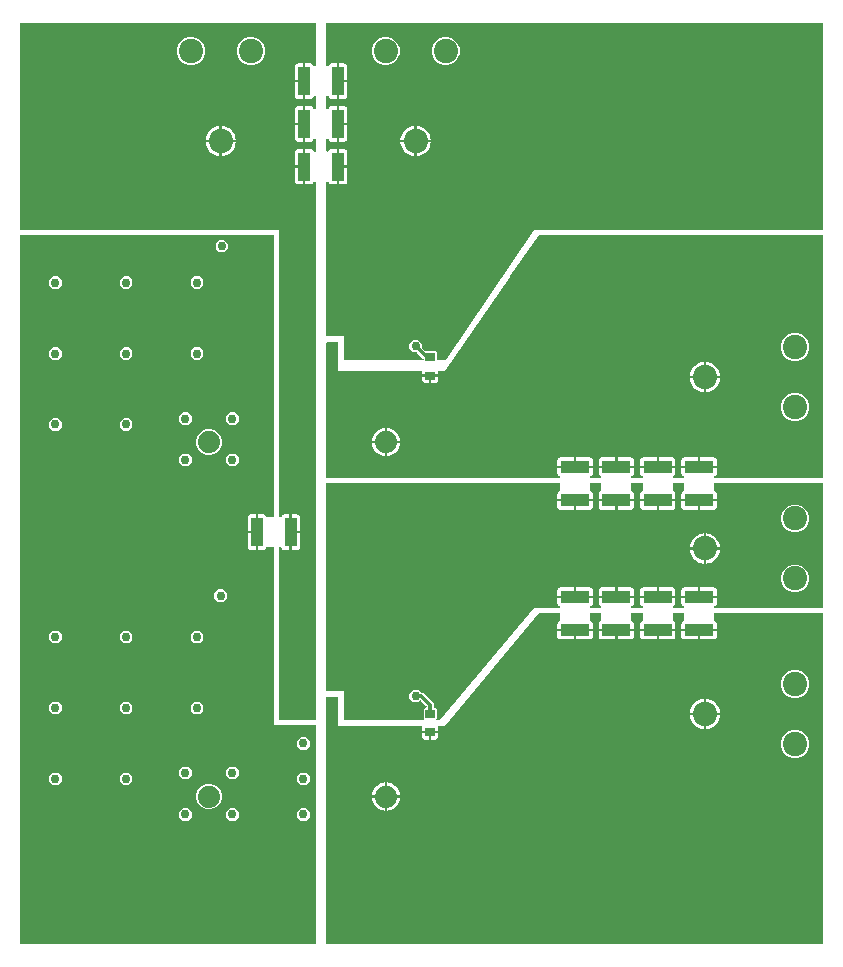
<source format=gbr>
G04 EAGLE Gerber RS-274X export*
G75*
%MOMM*%
%FSLAX34Y34*%
%LPD*%
%INBottom Copper*%
%IPPOS*%
%AMOC8*
5,1,8,0,0,1.08239X$1,22.5*%
G01*
%ADD10R,1.061200X2.489200*%
%ADD11R,0.812800X0.756400*%
%ADD12C,2.057400*%
%ADD13C,1.879600*%
%ADD14R,2.489200X1.061200*%
%ADD15C,0.756400*%
%ADD16C,0.300000*%

G36*
X250008Y10162D02*
X250008Y10162D01*
X250017Y10161D01*
X250105Y10182D01*
X250195Y10200D01*
X250202Y10205D01*
X250210Y10207D01*
X250283Y10261D01*
X250359Y10313D01*
X250363Y10320D01*
X250370Y10325D01*
X250417Y10403D01*
X250466Y10480D01*
X250467Y10489D01*
X250472Y10496D01*
X250499Y10660D01*
X250499Y195000D01*
X250498Y195008D01*
X250499Y195017D01*
X250478Y195105D01*
X250460Y195195D01*
X250455Y195202D01*
X250453Y195210D01*
X250399Y195283D01*
X250347Y195359D01*
X250340Y195363D01*
X250335Y195370D01*
X250257Y195417D01*
X250180Y195466D01*
X250171Y195467D01*
X250164Y195472D01*
X250000Y195499D01*
X215499Y195499D01*
X215499Y345600D01*
X215498Y345608D01*
X215499Y345617D01*
X215478Y345705D01*
X215460Y345795D01*
X215455Y345802D01*
X215453Y345810D01*
X215399Y345883D01*
X215347Y345959D01*
X215340Y345963D01*
X215335Y345970D01*
X215257Y346017D01*
X215180Y346066D01*
X215171Y346067D01*
X215164Y346072D01*
X215000Y346099D01*
X209055Y346099D01*
X209013Y346091D01*
X208970Y346092D01*
X208916Y346071D01*
X208860Y346060D01*
X208825Y346035D01*
X208784Y346019D01*
X208744Y345979D01*
X208696Y345947D01*
X208673Y345911D01*
X208642Y345881D01*
X208613Y345816D01*
X208589Y345780D01*
X208585Y345757D01*
X208573Y345729D01*
X208478Y345373D01*
X208143Y344794D01*
X207670Y344321D01*
X207091Y343986D01*
X206444Y343813D01*
X201803Y343813D01*
X201803Y358300D01*
X201801Y358308D01*
X201803Y358316D01*
X201782Y358405D01*
X201764Y358495D01*
X201759Y358502D01*
X201757Y358510D01*
X201703Y358583D01*
X201651Y358659D01*
X201644Y358663D01*
X201639Y358670D01*
X201561Y358716D01*
X201483Y358766D01*
X201475Y358767D01*
X201468Y358771D01*
X201304Y358799D01*
X200803Y358799D01*
X200803Y358801D01*
X201304Y358801D01*
X201312Y358803D01*
X201320Y358801D01*
X201409Y358822D01*
X201499Y358840D01*
X201506Y358845D01*
X201514Y358847D01*
X201587Y358901D01*
X201663Y358953D01*
X201667Y358960D01*
X201674Y358965D01*
X201720Y359043D01*
X201770Y359121D01*
X201771Y359129D01*
X201775Y359136D01*
X201803Y359300D01*
X201803Y373787D01*
X206444Y373787D01*
X207091Y373614D01*
X207670Y373279D01*
X208143Y372806D01*
X208478Y372227D01*
X208573Y371871D01*
X208592Y371832D01*
X208602Y371790D01*
X208636Y371744D01*
X208662Y371693D01*
X208695Y371665D01*
X208720Y371630D01*
X208769Y371601D01*
X208813Y371564D01*
X208854Y371551D01*
X208891Y371528D01*
X208961Y371517D01*
X209002Y371504D01*
X209026Y371506D01*
X209055Y371501D01*
X215000Y371501D01*
X215008Y371502D01*
X215017Y371501D01*
X215105Y371522D01*
X215195Y371540D01*
X215202Y371545D01*
X215210Y371547D01*
X215283Y371601D01*
X215359Y371653D01*
X215363Y371660D01*
X215370Y371665D01*
X215417Y371743D01*
X215466Y371820D01*
X215467Y371829D01*
X215472Y371836D01*
X215499Y372000D01*
X215499Y610000D01*
X215498Y610008D01*
X215499Y610017D01*
X215478Y610105D01*
X215460Y610195D01*
X215455Y610202D01*
X215453Y610210D01*
X215399Y610283D01*
X215347Y610359D01*
X215340Y610363D01*
X215335Y610370D01*
X215257Y610417D01*
X215180Y610466D01*
X215171Y610467D01*
X215164Y610472D01*
X215000Y610499D01*
X660Y610499D01*
X652Y610498D01*
X643Y610499D01*
X555Y610478D01*
X465Y610460D01*
X458Y610455D01*
X450Y610453D01*
X377Y610399D01*
X301Y610347D01*
X297Y610340D01*
X290Y610335D01*
X243Y610257D01*
X194Y610180D01*
X193Y610171D01*
X188Y610164D01*
X161Y610000D01*
X161Y10660D01*
X162Y10652D01*
X161Y10643D01*
X182Y10555D01*
X200Y10465D01*
X205Y10458D01*
X207Y10450D01*
X261Y10377D01*
X313Y10301D01*
X320Y10297D01*
X325Y10290D01*
X403Y10243D01*
X480Y10194D01*
X489Y10193D01*
X496Y10188D01*
X660Y10161D01*
X250000Y10161D01*
X250008Y10162D01*
G37*
G36*
X679348Y10162D02*
X679348Y10162D01*
X679357Y10161D01*
X679445Y10182D01*
X679535Y10200D01*
X679542Y10205D01*
X679550Y10207D01*
X679623Y10261D01*
X679699Y10313D01*
X679703Y10320D01*
X679710Y10325D01*
X679757Y10403D01*
X679806Y10480D01*
X679807Y10489D01*
X679812Y10496D01*
X679839Y10660D01*
X679839Y290000D01*
X679838Y290008D01*
X679839Y290017D01*
X679818Y290105D01*
X679800Y290195D01*
X679795Y290202D01*
X679793Y290210D01*
X679739Y290283D01*
X679687Y290359D01*
X679680Y290363D01*
X679675Y290370D01*
X679597Y290417D01*
X679520Y290466D01*
X679511Y290467D01*
X679504Y290472D01*
X679340Y290499D01*
X588200Y290499D01*
X588192Y290498D01*
X588183Y290499D01*
X588095Y290478D01*
X588005Y290460D01*
X587998Y290455D01*
X587990Y290453D01*
X587917Y290399D01*
X587841Y290347D01*
X587837Y290340D01*
X587830Y290335D01*
X587783Y290257D01*
X587734Y290180D01*
X587733Y290171D01*
X587728Y290164D01*
X587701Y290000D01*
X587701Y284055D01*
X587709Y284013D01*
X587708Y283970D01*
X587729Y283916D01*
X587740Y283860D01*
X587765Y283825D01*
X587781Y283784D01*
X587821Y283744D01*
X587853Y283696D01*
X587889Y283673D01*
X587919Y283642D01*
X587984Y283613D01*
X588020Y283589D01*
X588043Y283585D01*
X588071Y283573D01*
X588427Y283478D01*
X589006Y283143D01*
X589479Y282670D01*
X589814Y282091D01*
X589987Y281444D01*
X589987Y276803D01*
X575500Y276803D01*
X575492Y276801D01*
X575484Y276803D01*
X575395Y276782D01*
X575305Y276764D01*
X575298Y276759D01*
X575290Y276757D01*
X575217Y276703D01*
X575141Y276651D01*
X575137Y276644D01*
X575130Y276639D01*
X575084Y276561D01*
X575034Y276483D01*
X575033Y276475D01*
X575029Y276468D01*
X575001Y276304D01*
X575001Y275803D01*
X574999Y275803D01*
X574999Y276304D01*
X574997Y276312D01*
X574999Y276320D01*
X574978Y276409D01*
X574960Y276499D01*
X574955Y276506D01*
X574953Y276514D01*
X574899Y276587D01*
X574847Y276663D01*
X574840Y276667D01*
X574835Y276674D01*
X574757Y276720D01*
X574679Y276770D01*
X574671Y276771D01*
X574664Y276775D01*
X574500Y276803D01*
X560013Y276803D01*
X560013Y281444D01*
X560186Y282091D01*
X560521Y282670D01*
X560994Y283143D01*
X561573Y283478D01*
X561929Y283573D01*
X561968Y283592D01*
X562010Y283602D01*
X562056Y283636D01*
X562107Y283662D01*
X562135Y283695D01*
X562170Y283720D01*
X562199Y283769D01*
X562236Y283813D01*
X562250Y283854D01*
X562272Y283891D01*
X562283Y283961D01*
X562296Y284002D01*
X562294Y284026D01*
X562299Y284055D01*
X562299Y290000D01*
X562298Y290008D01*
X562299Y290017D01*
X562278Y290105D01*
X562260Y290195D01*
X562255Y290202D01*
X562253Y290210D01*
X562199Y290283D01*
X562147Y290359D01*
X562140Y290363D01*
X562135Y290370D01*
X562057Y290417D01*
X561980Y290466D01*
X561971Y290467D01*
X561964Y290472D01*
X561800Y290499D01*
X553200Y290499D01*
X553192Y290498D01*
X553183Y290499D01*
X553095Y290478D01*
X553005Y290460D01*
X552998Y290455D01*
X552990Y290453D01*
X552917Y290399D01*
X552841Y290347D01*
X552837Y290340D01*
X552830Y290335D01*
X552783Y290257D01*
X552734Y290180D01*
X552733Y290171D01*
X552728Y290164D01*
X552701Y290000D01*
X552701Y284055D01*
X552709Y284013D01*
X552708Y283970D01*
X552729Y283916D01*
X552740Y283860D01*
X552765Y283825D01*
X552781Y283784D01*
X552821Y283744D01*
X552853Y283696D01*
X552889Y283673D01*
X552919Y283642D01*
X552984Y283613D01*
X553020Y283589D01*
X553043Y283585D01*
X553071Y283573D01*
X553427Y283478D01*
X554006Y283143D01*
X554479Y282670D01*
X554814Y282091D01*
X554987Y281444D01*
X554987Y276803D01*
X540500Y276803D01*
X540492Y276801D01*
X540484Y276803D01*
X540395Y276782D01*
X540305Y276764D01*
X540298Y276759D01*
X540290Y276757D01*
X540217Y276703D01*
X540141Y276651D01*
X540137Y276644D01*
X540130Y276639D01*
X540084Y276561D01*
X540034Y276483D01*
X540033Y276475D01*
X540029Y276468D01*
X540001Y276304D01*
X540001Y275803D01*
X539999Y275803D01*
X539999Y276304D01*
X539997Y276312D01*
X539999Y276320D01*
X539978Y276409D01*
X539960Y276499D01*
X539955Y276506D01*
X539953Y276514D01*
X539899Y276587D01*
X539847Y276663D01*
X539840Y276667D01*
X539835Y276674D01*
X539757Y276720D01*
X539679Y276770D01*
X539671Y276771D01*
X539664Y276775D01*
X539500Y276803D01*
X525013Y276803D01*
X525013Y281444D01*
X525186Y282091D01*
X525521Y282670D01*
X525994Y283143D01*
X526573Y283478D01*
X526929Y283573D01*
X526968Y283592D01*
X527010Y283602D01*
X527056Y283636D01*
X527107Y283662D01*
X527135Y283695D01*
X527170Y283720D01*
X527199Y283769D01*
X527236Y283813D01*
X527250Y283854D01*
X527272Y283891D01*
X527283Y283961D01*
X527296Y284002D01*
X527294Y284026D01*
X527299Y284055D01*
X527299Y290000D01*
X527298Y290008D01*
X527299Y290017D01*
X527278Y290105D01*
X527260Y290195D01*
X527255Y290202D01*
X527253Y290210D01*
X527199Y290283D01*
X527147Y290359D01*
X527140Y290363D01*
X527135Y290370D01*
X527057Y290417D01*
X526980Y290466D01*
X526971Y290467D01*
X526964Y290472D01*
X526800Y290499D01*
X518200Y290499D01*
X518192Y290498D01*
X518183Y290499D01*
X518095Y290478D01*
X518005Y290460D01*
X517998Y290455D01*
X517990Y290453D01*
X517917Y290399D01*
X517841Y290347D01*
X517837Y290340D01*
X517830Y290335D01*
X517783Y290257D01*
X517734Y290180D01*
X517733Y290171D01*
X517728Y290164D01*
X517701Y290000D01*
X517701Y284055D01*
X517709Y284013D01*
X517708Y283970D01*
X517729Y283916D01*
X517740Y283860D01*
X517765Y283825D01*
X517781Y283784D01*
X517821Y283744D01*
X517853Y283696D01*
X517889Y283673D01*
X517919Y283642D01*
X517984Y283613D01*
X518020Y283589D01*
X518043Y283585D01*
X518071Y283573D01*
X518427Y283478D01*
X519006Y283143D01*
X519479Y282670D01*
X519814Y282091D01*
X519987Y281444D01*
X519987Y276803D01*
X505500Y276803D01*
X505492Y276801D01*
X505484Y276803D01*
X505395Y276782D01*
X505305Y276764D01*
X505298Y276759D01*
X505290Y276757D01*
X505217Y276703D01*
X505141Y276651D01*
X505137Y276644D01*
X505130Y276639D01*
X505084Y276561D01*
X505034Y276483D01*
X505033Y276475D01*
X505029Y276468D01*
X505001Y276304D01*
X505001Y275803D01*
X504999Y275803D01*
X504999Y276304D01*
X504997Y276312D01*
X504999Y276320D01*
X504978Y276409D01*
X504960Y276499D01*
X504955Y276506D01*
X504953Y276514D01*
X504899Y276587D01*
X504847Y276663D01*
X504840Y276667D01*
X504835Y276674D01*
X504757Y276720D01*
X504679Y276770D01*
X504671Y276771D01*
X504664Y276775D01*
X504500Y276803D01*
X490013Y276803D01*
X490013Y281444D01*
X490186Y282091D01*
X490521Y282670D01*
X490994Y283143D01*
X491573Y283478D01*
X491929Y283573D01*
X491968Y283592D01*
X492010Y283602D01*
X492056Y283636D01*
X492107Y283662D01*
X492135Y283695D01*
X492170Y283720D01*
X492199Y283769D01*
X492236Y283813D01*
X492250Y283854D01*
X492272Y283891D01*
X492283Y283961D01*
X492296Y284002D01*
X492294Y284026D01*
X492299Y284055D01*
X492299Y290000D01*
X492298Y290008D01*
X492299Y290017D01*
X492278Y290105D01*
X492260Y290195D01*
X492255Y290202D01*
X492253Y290210D01*
X492199Y290283D01*
X492147Y290359D01*
X492140Y290363D01*
X492135Y290370D01*
X492057Y290417D01*
X491980Y290466D01*
X491971Y290467D01*
X491964Y290472D01*
X491800Y290499D01*
X483200Y290499D01*
X483192Y290498D01*
X483183Y290499D01*
X483095Y290478D01*
X483005Y290460D01*
X482998Y290455D01*
X482990Y290453D01*
X482917Y290399D01*
X482841Y290347D01*
X482837Y290340D01*
X482830Y290335D01*
X482783Y290257D01*
X482734Y290180D01*
X482733Y290171D01*
X482728Y290164D01*
X482701Y290000D01*
X482701Y284055D01*
X482709Y284013D01*
X482708Y283970D01*
X482729Y283916D01*
X482740Y283860D01*
X482765Y283825D01*
X482781Y283784D01*
X482821Y283743D01*
X482853Y283696D01*
X482889Y283673D01*
X482920Y283642D01*
X482984Y283613D01*
X483020Y283589D01*
X483043Y283585D01*
X483071Y283573D01*
X483427Y283478D01*
X484006Y283143D01*
X484479Y282670D01*
X484814Y282091D01*
X484987Y281444D01*
X484987Y276803D01*
X470500Y276803D01*
X470492Y276801D01*
X470484Y276803D01*
X470395Y276782D01*
X470305Y276764D01*
X470298Y276759D01*
X470290Y276757D01*
X470217Y276703D01*
X470141Y276651D01*
X470137Y276644D01*
X470130Y276639D01*
X470084Y276561D01*
X470034Y276483D01*
X470033Y276475D01*
X470029Y276468D01*
X470001Y276304D01*
X470001Y275803D01*
X469999Y275803D01*
X469999Y276304D01*
X469997Y276312D01*
X469999Y276320D01*
X469978Y276409D01*
X469960Y276499D01*
X469955Y276506D01*
X469953Y276514D01*
X469899Y276587D01*
X469847Y276663D01*
X469840Y276667D01*
X469835Y276674D01*
X469757Y276720D01*
X469679Y276770D01*
X469671Y276771D01*
X469664Y276775D01*
X469500Y276803D01*
X455013Y276803D01*
X455013Y281444D01*
X455186Y282091D01*
X455521Y282670D01*
X455994Y283143D01*
X456573Y283478D01*
X456929Y283573D01*
X456968Y283592D01*
X457010Y283602D01*
X457056Y283636D01*
X457107Y283662D01*
X457135Y283695D01*
X457170Y283720D01*
X457199Y283769D01*
X457236Y283813D01*
X457249Y283854D01*
X457272Y283891D01*
X457283Y283961D01*
X457296Y284002D01*
X457294Y284026D01*
X457299Y284055D01*
X457299Y290000D01*
X457298Y290008D01*
X457299Y290017D01*
X457278Y290105D01*
X457260Y290195D01*
X457255Y290202D01*
X457253Y290210D01*
X457199Y290283D01*
X457147Y290359D01*
X457140Y290363D01*
X457135Y290370D01*
X457057Y290417D01*
X456980Y290466D01*
X456971Y290467D01*
X456964Y290472D01*
X456800Y290499D01*
X440000Y290499D01*
X439965Y290492D01*
X439930Y290494D01*
X439869Y290473D01*
X439805Y290460D01*
X439776Y290440D01*
X439743Y290428D01*
X439678Y290373D01*
X439641Y290347D01*
X439632Y290333D01*
X439616Y290320D01*
X359766Y194499D01*
X354427Y194499D01*
X354355Y194485D01*
X354282Y194478D01*
X354259Y194465D01*
X354232Y194460D01*
X354172Y194418D01*
X354107Y194383D01*
X354090Y194362D01*
X354068Y194347D01*
X354029Y194285D01*
X353983Y194228D01*
X353976Y194202D01*
X353961Y194180D01*
X353949Y194107D01*
X353929Y194036D01*
X353932Y194007D01*
X353928Y193983D01*
X353938Y193941D01*
X353945Y193871D01*
X354005Y193647D01*
X354005Y190530D01*
X347900Y190530D01*
X347892Y190528D01*
X347884Y190530D01*
X347795Y190509D01*
X347705Y190491D01*
X347698Y190486D01*
X347690Y190484D01*
X347617Y190430D01*
X347541Y190378D01*
X347537Y190371D01*
X347530Y190366D01*
X347484Y190288D01*
X347434Y190210D01*
X347433Y190202D01*
X347429Y190195D01*
X347401Y190031D01*
X347401Y189530D01*
X347399Y189530D01*
X347399Y190031D01*
X347397Y190039D01*
X347399Y190047D01*
X347378Y190136D01*
X347360Y190226D01*
X347355Y190233D01*
X347353Y190241D01*
X347299Y190314D01*
X347247Y190390D01*
X347240Y190394D01*
X347235Y190401D01*
X347157Y190447D01*
X347079Y190497D01*
X347071Y190498D01*
X347064Y190502D01*
X346900Y190530D01*
X340795Y190530D01*
X340795Y193647D01*
X340855Y193871D01*
X340860Y193944D01*
X340872Y194017D01*
X340866Y194042D01*
X340867Y194069D01*
X340843Y194139D01*
X340826Y194210D01*
X340810Y194231D01*
X340801Y194257D01*
X340751Y194311D01*
X340708Y194370D01*
X340685Y194384D01*
X340667Y194404D01*
X340600Y194434D01*
X340537Y194472D01*
X340507Y194477D01*
X340486Y194486D01*
X340442Y194487D01*
X340373Y194499D01*
X269499Y194499D01*
X269499Y219000D01*
X269498Y219008D01*
X269499Y219017D01*
X269478Y219105D01*
X269460Y219195D01*
X269455Y219202D01*
X269453Y219210D01*
X269399Y219283D01*
X269347Y219359D01*
X269340Y219363D01*
X269335Y219370D01*
X269257Y219417D01*
X269180Y219466D01*
X269171Y219467D01*
X269164Y219472D01*
X269000Y219499D01*
X260000Y219499D01*
X259992Y219498D01*
X259983Y219499D01*
X259895Y219478D01*
X259805Y219460D01*
X259798Y219455D01*
X259790Y219453D01*
X259717Y219399D01*
X259641Y219347D01*
X259637Y219340D01*
X259630Y219335D01*
X259583Y219257D01*
X259534Y219180D01*
X259533Y219171D01*
X259528Y219164D01*
X259501Y219000D01*
X259501Y10660D01*
X259502Y10652D01*
X259501Y10643D01*
X259522Y10555D01*
X259540Y10465D01*
X259545Y10458D01*
X259547Y10450D01*
X259601Y10377D01*
X259653Y10301D01*
X259660Y10297D01*
X259665Y10290D01*
X259743Y10243D01*
X259820Y10194D01*
X259829Y10193D01*
X259836Y10188D01*
X260000Y10161D01*
X679340Y10161D01*
X679348Y10162D01*
G37*
G36*
X341320Y504502D02*
X341320Y504502D01*
X341329Y504501D01*
X341417Y504522D01*
X341507Y504540D01*
X341514Y504545D01*
X341522Y504547D01*
X341595Y504601D01*
X341671Y504653D01*
X341675Y504660D01*
X341682Y504665D01*
X341729Y504743D01*
X341778Y504820D01*
X341779Y504829D01*
X341784Y504836D01*
X341811Y505000D01*
X341811Y505004D01*
X341810Y505011D01*
X341811Y505017D01*
X341810Y505022D01*
X341811Y505029D01*
X341789Y505113D01*
X341772Y505199D01*
X341765Y505208D01*
X341765Y505210D01*
X341764Y505211D01*
X341761Y505222D01*
X341665Y505357D01*
X341310Y505712D01*
X336175Y510847D01*
X336166Y510853D01*
X336160Y510862D01*
X336159Y510862D01*
X336157Y510864D01*
X336082Y510909D01*
X336010Y510957D01*
X335997Y510959D01*
X335986Y510966D01*
X335822Y510993D01*
X332802Y510993D01*
X329693Y514102D01*
X329693Y518498D01*
X332802Y521607D01*
X337198Y521607D01*
X340307Y518498D01*
X340307Y515478D01*
X340308Y515472D01*
X340307Y515468D01*
X340309Y515461D01*
X340307Y515453D01*
X340329Y515369D01*
X340346Y515283D01*
X340353Y515272D01*
X340357Y515260D01*
X340453Y515125D01*
X343306Y512272D01*
X343316Y512265D01*
X343324Y512255D01*
X343398Y512211D01*
X343471Y512162D01*
X343484Y512160D01*
X343495Y512153D01*
X343659Y512126D01*
X352096Y512126D01*
X352989Y511233D01*
X352989Y505000D01*
X352990Y504992D01*
X352989Y504983D01*
X353010Y504895D01*
X353028Y504805D01*
X353033Y504798D01*
X353035Y504790D01*
X353089Y504717D01*
X353141Y504641D01*
X353148Y504637D01*
X353153Y504630D01*
X353231Y504583D01*
X353308Y504534D01*
X353317Y504533D01*
X353324Y504528D01*
X353488Y504501D01*
X360000Y504501D01*
X360058Y504513D01*
X360117Y504515D01*
X360154Y504532D01*
X360195Y504540D01*
X360244Y504574D01*
X360297Y504599D01*
X360330Y504633D01*
X360359Y504653D01*
X360378Y504683D01*
X360413Y504719D01*
X435264Y614501D01*
X679340Y614501D01*
X679348Y614502D01*
X679357Y614501D01*
X679445Y614522D01*
X679535Y614540D01*
X679542Y614545D01*
X679550Y614547D01*
X679623Y614601D01*
X679699Y614653D01*
X679703Y614660D01*
X679710Y614665D01*
X679757Y614743D01*
X679806Y614820D01*
X679807Y614829D01*
X679812Y614836D01*
X679839Y615000D01*
X679839Y789340D01*
X679838Y789348D01*
X679839Y789357D01*
X679818Y789445D01*
X679800Y789535D01*
X679795Y789542D01*
X679793Y789550D01*
X679739Y789623D01*
X679687Y789699D01*
X679680Y789703D01*
X679675Y789710D01*
X679597Y789757D01*
X679520Y789806D01*
X679511Y789807D01*
X679504Y789812D01*
X679340Y789839D01*
X260000Y789839D01*
X259992Y789838D01*
X259983Y789839D01*
X259895Y789818D01*
X259805Y789800D01*
X259798Y789795D01*
X259790Y789793D01*
X259717Y789739D01*
X259641Y789687D01*
X259637Y789680D01*
X259630Y789675D01*
X259583Y789597D01*
X259534Y789520D01*
X259533Y789511D01*
X259528Y789504D01*
X259501Y789340D01*
X259501Y753900D01*
X259502Y753892D01*
X259501Y753883D01*
X259522Y753795D01*
X259540Y753705D01*
X259545Y753698D01*
X259547Y753690D01*
X259601Y753617D01*
X259653Y753541D01*
X259660Y753537D01*
X259665Y753530D01*
X259743Y753483D01*
X259820Y753434D01*
X259829Y753433D01*
X259836Y753428D01*
X260000Y753401D01*
X260945Y753401D01*
X260987Y753409D01*
X261030Y753408D01*
X261084Y753429D01*
X261140Y753440D01*
X261175Y753465D01*
X261216Y753481D01*
X261256Y753521D01*
X261304Y753553D01*
X261327Y753589D01*
X261358Y753619D01*
X261387Y753684D01*
X261411Y753720D01*
X261415Y753743D01*
X261427Y753771D01*
X261522Y754127D01*
X261857Y754706D01*
X262330Y755179D01*
X262909Y755514D01*
X263556Y755687D01*
X268197Y755687D01*
X268197Y741200D01*
X268198Y741192D01*
X268197Y741184D01*
X268218Y741095D01*
X268236Y741005D01*
X268241Y740998D01*
X268243Y740990D01*
X268297Y740917D01*
X268349Y740841D01*
X268356Y740837D01*
X268361Y740830D01*
X268439Y740784D01*
X268516Y740734D01*
X268525Y740733D01*
X268532Y740729D01*
X268696Y740701D01*
X269197Y740701D01*
X269197Y740699D01*
X268696Y740699D01*
X268688Y740697D01*
X268680Y740699D01*
X268591Y740678D01*
X268501Y740660D01*
X268494Y740655D01*
X268486Y740653D01*
X268413Y740599D01*
X268337Y740547D01*
X268333Y740540D01*
X268326Y740535D01*
X268280Y740457D01*
X268230Y740379D01*
X268229Y740371D01*
X268225Y740364D01*
X268197Y740200D01*
X268197Y725713D01*
X263556Y725713D01*
X262909Y725886D01*
X262330Y726221D01*
X261857Y726694D01*
X261522Y727273D01*
X261427Y727629D01*
X261408Y727668D01*
X261398Y727710D01*
X261364Y727756D01*
X261338Y727807D01*
X261305Y727835D01*
X261280Y727870D01*
X261231Y727899D01*
X261187Y727936D01*
X261146Y727949D01*
X261109Y727972D01*
X261039Y727983D01*
X260998Y727996D01*
X260974Y727994D01*
X260945Y727999D01*
X260000Y727999D01*
X259992Y727998D01*
X259983Y727999D01*
X259895Y727978D01*
X259805Y727960D01*
X259798Y727955D01*
X259790Y727953D01*
X259717Y727899D01*
X259641Y727847D01*
X259637Y727840D01*
X259630Y727835D01*
X259583Y727757D01*
X259534Y727680D01*
X259533Y727671D01*
X259528Y727664D01*
X259501Y727500D01*
X259501Y717700D01*
X259502Y717692D01*
X259501Y717683D01*
X259522Y717595D01*
X259540Y717505D01*
X259545Y717498D01*
X259547Y717490D01*
X259601Y717417D01*
X259653Y717341D01*
X259660Y717337D01*
X259665Y717330D01*
X259743Y717283D01*
X259820Y717234D01*
X259829Y717233D01*
X259836Y717228D01*
X260000Y717201D01*
X260945Y717201D01*
X260987Y717209D01*
X261030Y717208D01*
X261084Y717229D01*
X261140Y717240D01*
X261175Y717265D01*
X261216Y717281D01*
X261256Y717321D01*
X261304Y717353D01*
X261327Y717389D01*
X261358Y717419D01*
X261387Y717484D01*
X261411Y717520D01*
X261415Y717543D01*
X261427Y717571D01*
X261522Y717927D01*
X261857Y718506D01*
X262330Y718979D01*
X262909Y719314D01*
X263556Y719487D01*
X268197Y719487D01*
X268197Y705000D01*
X268198Y704992D01*
X268197Y704984D01*
X268218Y704895D01*
X268236Y704805D01*
X268241Y704798D01*
X268243Y704790D01*
X268297Y704717D01*
X268349Y704641D01*
X268356Y704637D01*
X268361Y704630D01*
X268439Y704584D01*
X268516Y704534D01*
X268525Y704533D01*
X268532Y704529D01*
X268696Y704501D01*
X269197Y704501D01*
X269197Y704499D01*
X268696Y704499D01*
X268688Y704497D01*
X268680Y704499D01*
X268591Y704478D01*
X268501Y704460D01*
X268494Y704455D01*
X268486Y704453D01*
X268413Y704399D01*
X268337Y704347D01*
X268333Y704340D01*
X268326Y704335D01*
X268280Y704257D01*
X268230Y704179D01*
X268229Y704171D01*
X268225Y704164D01*
X268197Y704000D01*
X268197Y689513D01*
X263556Y689513D01*
X262909Y689686D01*
X262330Y690021D01*
X261857Y690494D01*
X261522Y691073D01*
X261427Y691429D01*
X261408Y691468D01*
X261398Y691510D01*
X261364Y691556D01*
X261338Y691607D01*
X261305Y691635D01*
X261280Y691670D01*
X261231Y691699D01*
X261187Y691736D01*
X261146Y691750D01*
X261109Y691772D01*
X261039Y691783D01*
X260998Y691796D01*
X260974Y691794D01*
X260945Y691799D01*
X260000Y691799D01*
X259992Y691798D01*
X259983Y691799D01*
X259895Y691778D01*
X259805Y691760D01*
X259798Y691755D01*
X259790Y691753D01*
X259717Y691699D01*
X259641Y691647D01*
X259637Y691640D01*
X259630Y691635D01*
X259583Y691557D01*
X259534Y691480D01*
X259533Y691471D01*
X259528Y691464D01*
X259501Y691300D01*
X259501Y681500D01*
X259502Y681492D01*
X259501Y681483D01*
X259522Y681395D01*
X259540Y681305D01*
X259545Y681298D01*
X259547Y681290D01*
X259601Y681217D01*
X259653Y681141D01*
X259660Y681137D01*
X259665Y681130D01*
X259743Y681083D01*
X259820Y681034D01*
X259829Y681033D01*
X259836Y681028D01*
X260000Y681001D01*
X260945Y681001D01*
X260987Y681009D01*
X261030Y681008D01*
X261084Y681029D01*
X261140Y681040D01*
X261175Y681065D01*
X261216Y681081D01*
X261256Y681121D01*
X261304Y681153D01*
X261327Y681189D01*
X261358Y681219D01*
X261387Y681284D01*
X261411Y681320D01*
X261415Y681343D01*
X261427Y681371D01*
X261522Y681727D01*
X261857Y682306D01*
X262330Y682779D01*
X262909Y683114D01*
X263556Y683287D01*
X268197Y683287D01*
X268197Y668800D01*
X268198Y668792D01*
X268197Y668784D01*
X268218Y668695D01*
X268236Y668605D01*
X268241Y668598D01*
X268243Y668590D01*
X268297Y668517D01*
X268349Y668441D01*
X268356Y668437D01*
X268361Y668430D01*
X268439Y668384D01*
X268516Y668334D01*
X268525Y668333D01*
X268532Y668329D01*
X268696Y668301D01*
X269197Y668301D01*
X269197Y668299D01*
X268696Y668299D01*
X268688Y668297D01*
X268680Y668299D01*
X268591Y668278D01*
X268501Y668260D01*
X268494Y668255D01*
X268486Y668253D01*
X268413Y668199D01*
X268337Y668147D01*
X268333Y668140D01*
X268326Y668135D01*
X268280Y668057D01*
X268230Y667979D01*
X268229Y667971D01*
X268225Y667964D01*
X268197Y667800D01*
X268197Y653313D01*
X263556Y653313D01*
X262909Y653486D01*
X262330Y653821D01*
X261857Y654294D01*
X261522Y654873D01*
X261427Y655229D01*
X261408Y655268D01*
X261398Y655310D01*
X261364Y655356D01*
X261338Y655407D01*
X261305Y655435D01*
X261280Y655470D01*
X261231Y655499D01*
X261187Y655536D01*
X261146Y655550D01*
X261109Y655572D01*
X261039Y655583D01*
X260998Y655596D01*
X260974Y655594D01*
X260945Y655599D01*
X260000Y655599D01*
X259992Y655598D01*
X259983Y655599D01*
X259895Y655578D01*
X259805Y655560D01*
X259798Y655555D01*
X259790Y655553D01*
X259717Y655499D01*
X259641Y655447D01*
X259637Y655440D01*
X259630Y655435D01*
X259583Y655357D01*
X259534Y655280D01*
X259533Y655271D01*
X259528Y655264D01*
X259501Y655100D01*
X259501Y525000D01*
X259502Y524992D01*
X259501Y524983D01*
X259522Y524895D01*
X259540Y524805D01*
X259545Y524798D01*
X259547Y524790D01*
X259601Y524717D01*
X259653Y524641D01*
X259660Y524637D01*
X259665Y524630D01*
X259743Y524583D01*
X259820Y524534D01*
X259829Y524533D01*
X259836Y524528D01*
X260000Y524501D01*
X274501Y524501D01*
X274501Y505000D01*
X274502Y504992D01*
X274501Y504983D01*
X274522Y504895D01*
X274540Y504805D01*
X274545Y504798D01*
X274547Y504790D01*
X274601Y504717D01*
X274653Y504641D01*
X274660Y504637D01*
X274665Y504630D01*
X274743Y504583D01*
X274820Y504534D01*
X274829Y504533D01*
X274836Y504528D01*
X275000Y504501D01*
X341312Y504501D01*
X341320Y504502D01*
G37*
G36*
X456808Y404502D02*
X456808Y404502D01*
X456817Y404501D01*
X456905Y404522D01*
X456995Y404540D01*
X457002Y404545D01*
X457010Y404547D01*
X457083Y404601D01*
X457159Y404653D01*
X457163Y404660D01*
X457170Y404665D01*
X457217Y404743D01*
X457266Y404820D01*
X457267Y404829D01*
X457272Y404836D01*
X457299Y405000D01*
X457299Y405945D01*
X457291Y405987D01*
X457292Y406030D01*
X457271Y406084D01*
X457260Y406140D01*
X457235Y406175D01*
X457219Y406216D01*
X457179Y406256D01*
X457147Y406304D01*
X457111Y406327D01*
X457081Y406358D01*
X457016Y406387D01*
X456980Y406411D01*
X456957Y406415D01*
X456929Y406427D01*
X456573Y406522D01*
X455994Y406857D01*
X455521Y407330D01*
X455186Y407909D01*
X455013Y408556D01*
X455013Y413197D01*
X469500Y413197D01*
X469508Y413198D01*
X469516Y413197D01*
X469605Y413218D01*
X469695Y413236D01*
X469702Y413241D01*
X469710Y413243D01*
X469783Y413297D01*
X469859Y413349D01*
X469863Y413356D01*
X469870Y413361D01*
X469916Y413439D01*
X469966Y413516D01*
X469967Y413525D01*
X469971Y413532D01*
X469999Y413696D01*
X469999Y414197D01*
X470001Y414197D01*
X470001Y413696D01*
X470003Y413688D01*
X470001Y413680D01*
X470022Y413591D01*
X470040Y413501D01*
X470045Y413494D01*
X470047Y413486D01*
X470101Y413413D01*
X470153Y413337D01*
X470160Y413333D01*
X470165Y413326D01*
X470243Y413280D01*
X470321Y413230D01*
X470329Y413229D01*
X470336Y413225D01*
X470500Y413197D01*
X484987Y413197D01*
X484987Y408556D01*
X484814Y407909D01*
X484479Y407330D01*
X484006Y406857D01*
X483427Y406522D01*
X483071Y406427D01*
X483032Y406408D01*
X482990Y406398D01*
X482944Y406364D01*
X482893Y406338D01*
X482865Y406305D01*
X482830Y406280D01*
X482801Y406231D01*
X482764Y406187D01*
X482750Y406146D01*
X482728Y406109D01*
X482717Y406039D01*
X482704Y405998D01*
X482706Y405974D01*
X482701Y405945D01*
X482701Y405000D01*
X482702Y404992D01*
X482701Y404983D01*
X482722Y404895D01*
X482740Y404805D01*
X482745Y404798D01*
X482747Y404790D01*
X482801Y404717D01*
X482853Y404641D01*
X482860Y404637D01*
X482865Y404630D01*
X482943Y404583D01*
X483020Y404534D01*
X483029Y404533D01*
X483036Y404528D01*
X483200Y404501D01*
X491800Y404501D01*
X491808Y404502D01*
X491817Y404501D01*
X491905Y404522D01*
X491995Y404540D01*
X492002Y404545D01*
X492010Y404547D01*
X492083Y404601D01*
X492159Y404653D01*
X492163Y404660D01*
X492170Y404665D01*
X492217Y404743D01*
X492266Y404820D01*
X492267Y404829D01*
X492272Y404836D01*
X492299Y405000D01*
X492299Y405945D01*
X492291Y405987D01*
X492292Y406030D01*
X492271Y406084D01*
X492260Y406140D01*
X492235Y406175D01*
X492219Y406216D01*
X492179Y406256D01*
X492147Y406304D01*
X492111Y406327D01*
X492081Y406358D01*
X492016Y406387D01*
X491980Y406411D01*
X491957Y406415D01*
X491929Y406427D01*
X491573Y406522D01*
X490994Y406857D01*
X490521Y407330D01*
X490186Y407909D01*
X490013Y408556D01*
X490013Y413197D01*
X504500Y413197D01*
X504508Y413198D01*
X504516Y413197D01*
X504605Y413218D01*
X504695Y413236D01*
X504702Y413241D01*
X504710Y413243D01*
X504783Y413297D01*
X504859Y413349D01*
X504863Y413356D01*
X504870Y413361D01*
X504916Y413439D01*
X504966Y413516D01*
X504967Y413525D01*
X504971Y413532D01*
X504999Y413696D01*
X504999Y414197D01*
X505001Y414197D01*
X505001Y413696D01*
X505003Y413688D01*
X505001Y413680D01*
X505022Y413591D01*
X505040Y413501D01*
X505045Y413494D01*
X505047Y413486D01*
X505101Y413413D01*
X505153Y413337D01*
X505160Y413333D01*
X505165Y413326D01*
X505243Y413280D01*
X505321Y413230D01*
X505329Y413229D01*
X505336Y413225D01*
X505500Y413197D01*
X519987Y413197D01*
X519987Y408556D01*
X519814Y407909D01*
X519479Y407330D01*
X519006Y406857D01*
X518427Y406522D01*
X518071Y406427D01*
X518032Y406408D01*
X517990Y406398D01*
X517944Y406364D01*
X517893Y406338D01*
X517865Y406305D01*
X517830Y406280D01*
X517801Y406231D01*
X517764Y406187D01*
X517750Y406146D01*
X517728Y406109D01*
X517717Y406039D01*
X517704Y405998D01*
X517706Y405974D01*
X517701Y405945D01*
X517701Y405000D01*
X517702Y404992D01*
X517701Y404983D01*
X517722Y404895D01*
X517740Y404805D01*
X517745Y404798D01*
X517747Y404790D01*
X517801Y404717D01*
X517853Y404641D01*
X517860Y404637D01*
X517865Y404630D01*
X517943Y404583D01*
X518020Y404534D01*
X518029Y404533D01*
X518036Y404528D01*
X518200Y404501D01*
X526800Y404501D01*
X526808Y404502D01*
X526817Y404501D01*
X526905Y404522D01*
X526995Y404540D01*
X527002Y404545D01*
X527010Y404547D01*
X527083Y404601D01*
X527159Y404653D01*
X527163Y404660D01*
X527170Y404665D01*
X527217Y404743D01*
X527266Y404820D01*
X527267Y404829D01*
X527272Y404836D01*
X527299Y405000D01*
X527299Y405945D01*
X527291Y405987D01*
X527292Y406030D01*
X527271Y406084D01*
X527260Y406140D01*
X527235Y406175D01*
X527219Y406216D01*
X527179Y406256D01*
X527147Y406304D01*
X527111Y406327D01*
X527081Y406358D01*
X527016Y406387D01*
X526980Y406411D01*
X526957Y406415D01*
X526929Y406427D01*
X526573Y406522D01*
X525994Y406857D01*
X525521Y407330D01*
X525186Y407909D01*
X525013Y408556D01*
X525013Y413197D01*
X539500Y413197D01*
X539508Y413198D01*
X539516Y413197D01*
X539605Y413218D01*
X539695Y413236D01*
X539702Y413241D01*
X539710Y413243D01*
X539783Y413297D01*
X539859Y413349D01*
X539863Y413356D01*
X539870Y413361D01*
X539916Y413439D01*
X539966Y413516D01*
X539967Y413525D01*
X539971Y413532D01*
X539999Y413696D01*
X539999Y414197D01*
X540001Y414197D01*
X540001Y413696D01*
X540003Y413688D01*
X540001Y413680D01*
X540022Y413591D01*
X540040Y413501D01*
X540045Y413494D01*
X540047Y413486D01*
X540101Y413413D01*
X540153Y413337D01*
X540160Y413333D01*
X540165Y413326D01*
X540243Y413280D01*
X540321Y413230D01*
X540329Y413229D01*
X540336Y413225D01*
X540500Y413197D01*
X554987Y413197D01*
X554987Y408556D01*
X554814Y407909D01*
X554479Y407330D01*
X554006Y406857D01*
X553427Y406522D01*
X553071Y406427D01*
X553032Y406408D01*
X552990Y406398D01*
X552944Y406364D01*
X552893Y406338D01*
X552865Y406305D01*
X552830Y406280D01*
X552801Y406231D01*
X552764Y406187D01*
X552750Y406146D01*
X552728Y406109D01*
X552717Y406039D01*
X552704Y405998D01*
X552706Y405974D01*
X552701Y405945D01*
X552701Y405000D01*
X552702Y404992D01*
X552701Y404983D01*
X552722Y404895D01*
X552740Y404805D01*
X552745Y404798D01*
X552747Y404790D01*
X552801Y404717D01*
X552853Y404641D01*
X552860Y404637D01*
X552865Y404630D01*
X552943Y404583D01*
X553020Y404534D01*
X553029Y404533D01*
X553036Y404528D01*
X553200Y404501D01*
X561800Y404501D01*
X561808Y404502D01*
X561817Y404501D01*
X561905Y404522D01*
X561995Y404540D01*
X562002Y404545D01*
X562010Y404547D01*
X562083Y404601D01*
X562159Y404653D01*
X562163Y404660D01*
X562170Y404665D01*
X562217Y404743D01*
X562266Y404820D01*
X562267Y404829D01*
X562272Y404836D01*
X562299Y405000D01*
X562299Y405945D01*
X562291Y405987D01*
X562292Y406030D01*
X562271Y406084D01*
X562260Y406140D01*
X562235Y406175D01*
X562219Y406216D01*
X562179Y406256D01*
X562147Y406304D01*
X562111Y406327D01*
X562081Y406358D01*
X562016Y406387D01*
X561980Y406411D01*
X561957Y406415D01*
X561929Y406427D01*
X561573Y406522D01*
X560994Y406857D01*
X560521Y407330D01*
X560186Y407909D01*
X560013Y408556D01*
X560013Y413197D01*
X574500Y413197D01*
X574508Y413198D01*
X574516Y413197D01*
X574605Y413218D01*
X574695Y413236D01*
X574702Y413241D01*
X574710Y413243D01*
X574783Y413297D01*
X574859Y413349D01*
X574863Y413356D01*
X574870Y413361D01*
X574916Y413439D01*
X574966Y413516D01*
X574967Y413525D01*
X574971Y413532D01*
X574999Y413696D01*
X574999Y414197D01*
X575001Y414197D01*
X575001Y413696D01*
X575003Y413688D01*
X575001Y413680D01*
X575022Y413591D01*
X575040Y413501D01*
X575045Y413494D01*
X575047Y413486D01*
X575101Y413413D01*
X575153Y413337D01*
X575160Y413333D01*
X575165Y413326D01*
X575243Y413280D01*
X575321Y413230D01*
X575329Y413229D01*
X575336Y413225D01*
X575500Y413197D01*
X589987Y413197D01*
X589987Y408556D01*
X589814Y407909D01*
X589479Y407330D01*
X589006Y406857D01*
X588427Y406522D01*
X588071Y406427D01*
X588032Y406408D01*
X587990Y406398D01*
X587944Y406364D01*
X587893Y406338D01*
X587865Y406305D01*
X587830Y406280D01*
X587801Y406231D01*
X587764Y406187D01*
X587750Y406146D01*
X587728Y406109D01*
X587717Y406039D01*
X587704Y405998D01*
X587706Y405974D01*
X587701Y405945D01*
X587701Y405000D01*
X587702Y404992D01*
X587701Y404983D01*
X587722Y404895D01*
X587740Y404805D01*
X587745Y404798D01*
X587747Y404790D01*
X587801Y404717D01*
X587853Y404641D01*
X587860Y404637D01*
X587865Y404630D01*
X587943Y404583D01*
X588020Y404534D01*
X588029Y404533D01*
X588036Y404528D01*
X588200Y404501D01*
X679340Y404501D01*
X679348Y404502D01*
X679357Y404501D01*
X679445Y404522D01*
X679535Y404540D01*
X679542Y404545D01*
X679550Y404547D01*
X679623Y404601D01*
X679699Y404653D01*
X679703Y404660D01*
X679710Y404665D01*
X679757Y404743D01*
X679806Y404820D01*
X679807Y404829D01*
X679812Y404836D01*
X679839Y405000D01*
X679839Y610000D01*
X679838Y610008D01*
X679839Y610017D01*
X679818Y610105D01*
X679800Y610195D01*
X679795Y610202D01*
X679793Y610210D01*
X679739Y610283D01*
X679687Y610359D01*
X679680Y610363D01*
X679675Y610370D01*
X679597Y610417D01*
X679520Y610466D01*
X679511Y610467D01*
X679504Y610472D01*
X679340Y610499D01*
X440000Y610499D01*
X439947Y610489D01*
X439894Y610488D01*
X439851Y610469D01*
X439805Y610460D01*
X439761Y610429D01*
X439712Y610408D01*
X439673Y610369D01*
X439641Y610347D01*
X439624Y610320D01*
X439594Y610290D01*
X414594Y575290D01*
X414592Y575286D01*
X414588Y575282D01*
X359737Y495249D01*
X354504Y495249D01*
X354496Y495248D01*
X354487Y495249D01*
X354399Y495228D01*
X354309Y495210D01*
X354302Y495205D01*
X354294Y495203D01*
X354221Y495149D01*
X354145Y495097D01*
X354141Y495090D01*
X354134Y495085D01*
X354087Y495007D01*
X354038Y494930D01*
X354037Y494921D01*
X354032Y494914D01*
X354005Y494750D01*
X354005Y492380D01*
X347900Y492380D01*
X347892Y492378D01*
X347884Y492380D01*
X347795Y492359D01*
X347705Y492341D01*
X347698Y492336D01*
X347690Y492334D01*
X347617Y492280D01*
X347541Y492228D01*
X347537Y492221D01*
X347530Y492216D01*
X347484Y492138D01*
X347434Y492060D01*
X347433Y492052D01*
X347429Y492045D01*
X347401Y491881D01*
X347401Y491380D01*
X347399Y491380D01*
X347399Y491881D01*
X347399Y491884D01*
X347399Y491886D01*
X347398Y491891D01*
X347399Y491897D01*
X347378Y491986D01*
X347360Y492076D01*
X347355Y492083D01*
X347353Y492091D01*
X347299Y492164D01*
X347247Y492240D01*
X347240Y492244D01*
X347235Y492251D01*
X347157Y492297D01*
X347079Y492347D01*
X347071Y492348D01*
X347064Y492352D01*
X346900Y492380D01*
X340795Y492380D01*
X340795Y494750D01*
X340794Y494758D01*
X340795Y494767D01*
X340774Y494855D01*
X340756Y494945D01*
X340751Y494952D01*
X340749Y494960D01*
X340695Y495033D01*
X340643Y495109D01*
X340636Y495113D01*
X340631Y495120D01*
X340553Y495167D01*
X340476Y495216D01*
X340467Y495217D01*
X340460Y495222D01*
X340296Y495249D01*
X269499Y495249D01*
X269499Y519000D01*
X269498Y519008D01*
X269499Y519017D01*
X269478Y519105D01*
X269460Y519195D01*
X269455Y519202D01*
X269453Y519210D01*
X269399Y519283D01*
X269347Y519359D01*
X269340Y519363D01*
X269335Y519370D01*
X269257Y519417D01*
X269180Y519466D01*
X269171Y519467D01*
X269164Y519472D01*
X269000Y519499D01*
X260000Y519499D01*
X259992Y519498D01*
X259983Y519499D01*
X259895Y519478D01*
X259805Y519460D01*
X259798Y519455D01*
X259790Y519453D01*
X259717Y519399D01*
X259641Y519347D01*
X259637Y519340D01*
X259630Y519335D01*
X259583Y519257D01*
X259534Y519180D01*
X259533Y519171D01*
X259528Y519164D01*
X259501Y519000D01*
X259501Y405000D01*
X259502Y404992D01*
X259501Y404983D01*
X259522Y404895D01*
X259540Y404805D01*
X259545Y404798D01*
X259547Y404790D01*
X259601Y404717D01*
X259653Y404641D01*
X259660Y404637D01*
X259665Y404630D01*
X259743Y404583D01*
X259820Y404534D01*
X259829Y404533D01*
X259836Y404528D01*
X260000Y404501D01*
X456800Y404501D01*
X456808Y404502D01*
G37*
G36*
X250008Y199502D02*
X250008Y199502D01*
X250017Y199501D01*
X250105Y199522D01*
X250195Y199540D01*
X250202Y199545D01*
X250210Y199547D01*
X250283Y199601D01*
X250359Y199653D01*
X250363Y199660D01*
X250370Y199665D01*
X250417Y199743D01*
X250466Y199820D01*
X250467Y199829D01*
X250472Y199836D01*
X250499Y200000D01*
X250499Y655100D01*
X250498Y655108D01*
X250499Y655117D01*
X250478Y655205D01*
X250460Y655295D01*
X250455Y655302D01*
X250453Y655310D01*
X250399Y655383D01*
X250347Y655459D01*
X250340Y655463D01*
X250335Y655470D01*
X250257Y655517D01*
X250180Y655566D01*
X250171Y655567D01*
X250164Y655572D01*
X250000Y655599D01*
X249055Y655599D01*
X249013Y655591D01*
X248970Y655592D01*
X248916Y655571D01*
X248860Y655560D01*
X248825Y655535D01*
X248784Y655519D01*
X248744Y655479D01*
X248696Y655447D01*
X248673Y655411D01*
X248642Y655381D01*
X248613Y655316D01*
X248589Y655280D01*
X248585Y655257D01*
X248573Y655229D01*
X248478Y654873D01*
X248143Y654294D01*
X247670Y653821D01*
X247091Y653486D01*
X246444Y653313D01*
X241803Y653313D01*
X241803Y667800D01*
X241802Y667807D01*
X241803Y667814D01*
X241803Y667815D01*
X241803Y667816D01*
X241782Y667905D01*
X241764Y667995D01*
X241759Y668002D01*
X241757Y668010D01*
X241703Y668083D01*
X241651Y668159D01*
X241644Y668163D01*
X241639Y668170D01*
X241561Y668216D01*
X241483Y668266D01*
X241475Y668267D01*
X241468Y668271D01*
X241304Y668299D01*
X240803Y668299D01*
X240803Y668301D01*
X241304Y668301D01*
X241312Y668303D01*
X241320Y668301D01*
X241409Y668322D01*
X241499Y668340D01*
X241506Y668345D01*
X241514Y668347D01*
X241587Y668401D01*
X241663Y668453D01*
X241667Y668460D01*
X241674Y668465D01*
X241720Y668543D01*
X241770Y668621D01*
X241771Y668629D01*
X241775Y668636D01*
X241803Y668800D01*
X241803Y683287D01*
X246444Y683287D01*
X247091Y683114D01*
X247670Y682779D01*
X248143Y682306D01*
X248478Y681727D01*
X248573Y681371D01*
X248592Y681332D01*
X248602Y681290D01*
X248636Y681244D01*
X248662Y681193D01*
X248695Y681165D01*
X248720Y681130D01*
X248769Y681101D01*
X248813Y681064D01*
X248854Y681050D01*
X248891Y681028D01*
X248961Y681017D01*
X249002Y681004D01*
X249026Y681006D01*
X249055Y681001D01*
X250000Y681001D01*
X250008Y681002D01*
X250017Y681001D01*
X250105Y681022D01*
X250195Y681040D01*
X250202Y681045D01*
X250210Y681047D01*
X250283Y681101D01*
X250359Y681153D01*
X250363Y681160D01*
X250370Y681165D01*
X250417Y681243D01*
X250466Y681320D01*
X250467Y681329D01*
X250472Y681336D01*
X250499Y681500D01*
X250499Y691300D01*
X250498Y691308D01*
X250499Y691317D01*
X250478Y691405D01*
X250460Y691495D01*
X250455Y691502D01*
X250453Y691510D01*
X250399Y691583D01*
X250347Y691659D01*
X250340Y691663D01*
X250335Y691670D01*
X250257Y691717D01*
X250180Y691766D01*
X250171Y691767D01*
X250164Y691772D01*
X250000Y691799D01*
X249055Y691799D01*
X249013Y691791D01*
X248970Y691792D01*
X248916Y691771D01*
X248860Y691760D01*
X248825Y691735D01*
X248784Y691719D01*
X248744Y691679D01*
X248696Y691647D01*
X248673Y691611D01*
X248642Y691581D01*
X248613Y691516D01*
X248589Y691480D01*
X248585Y691457D01*
X248573Y691429D01*
X248478Y691073D01*
X248143Y690494D01*
X247670Y690021D01*
X247091Y689686D01*
X246444Y689513D01*
X241803Y689513D01*
X241803Y704000D01*
X241801Y704008D01*
X241803Y704016D01*
X241782Y704105D01*
X241764Y704195D01*
X241759Y704202D01*
X241757Y704210D01*
X241703Y704283D01*
X241651Y704359D01*
X241644Y704363D01*
X241639Y704370D01*
X241561Y704416D01*
X241483Y704466D01*
X241475Y704467D01*
X241468Y704471D01*
X241304Y704499D01*
X240803Y704499D01*
X240803Y704501D01*
X241304Y704501D01*
X241312Y704503D01*
X241320Y704501D01*
X241409Y704522D01*
X241499Y704540D01*
X241506Y704545D01*
X241514Y704547D01*
X241587Y704601D01*
X241663Y704653D01*
X241667Y704660D01*
X241674Y704665D01*
X241720Y704743D01*
X241770Y704821D01*
X241771Y704829D01*
X241775Y704836D01*
X241803Y705000D01*
X241803Y719487D01*
X246444Y719487D01*
X247091Y719314D01*
X247670Y718979D01*
X248143Y718506D01*
X248478Y717927D01*
X248573Y717571D01*
X248591Y717535D01*
X248596Y717512D01*
X248597Y717511D01*
X248602Y717490D01*
X248636Y717444D01*
X248662Y717393D01*
X248695Y717365D01*
X248720Y717330D01*
X248769Y717301D01*
X248813Y717264D01*
X248854Y717250D01*
X248891Y717228D01*
X248961Y717217D01*
X249002Y717204D01*
X249026Y717206D01*
X249055Y717201D01*
X250000Y717201D01*
X250008Y717202D01*
X250017Y717201D01*
X250105Y717222D01*
X250195Y717240D01*
X250202Y717245D01*
X250210Y717247D01*
X250283Y717301D01*
X250359Y717353D01*
X250363Y717360D01*
X250370Y717365D01*
X250417Y717443D01*
X250466Y717520D01*
X250467Y717529D01*
X250472Y717536D01*
X250499Y717700D01*
X250499Y727500D01*
X250498Y727508D01*
X250499Y727517D01*
X250478Y727605D01*
X250460Y727695D01*
X250455Y727702D01*
X250453Y727710D01*
X250399Y727783D01*
X250347Y727859D01*
X250340Y727863D01*
X250335Y727870D01*
X250257Y727917D01*
X250180Y727966D01*
X250171Y727967D01*
X250164Y727972D01*
X250000Y727999D01*
X249055Y727999D01*
X249013Y727991D01*
X248970Y727992D01*
X248916Y727971D01*
X248860Y727960D01*
X248825Y727935D01*
X248784Y727919D01*
X248744Y727879D01*
X248696Y727847D01*
X248673Y727811D01*
X248642Y727781D01*
X248613Y727716D01*
X248589Y727680D01*
X248585Y727657D01*
X248573Y727629D01*
X248478Y727273D01*
X248143Y726694D01*
X247670Y726221D01*
X247091Y725886D01*
X246444Y725713D01*
X241803Y725713D01*
X241803Y740200D01*
X241803Y740203D01*
X241803Y740205D01*
X241802Y740210D01*
X241803Y740216D01*
X241782Y740305D01*
X241764Y740395D01*
X241759Y740402D01*
X241757Y740410D01*
X241703Y740483D01*
X241651Y740559D01*
X241644Y740563D01*
X241639Y740570D01*
X241561Y740616D01*
X241483Y740666D01*
X241475Y740667D01*
X241468Y740671D01*
X241304Y740699D01*
X240803Y740699D01*
X240803Y740701D01*
X241304Y740701D01*
X241312Y740703D01*
X241320Y740701D01*
X241409Y740722D01*
X241499Y740740D01*
X241506Y740745D01*
X241514Y740747D01*
X241587Y740801D01*
X241663Y740853D01*
X241667Y740860D01*
X241674Y740865D01*
X241720Y740943D01*
X241770Y741021D01*
X241771Y741029D01*
X241775Y741036D01*
X241803Y741200D01*
X241803Y755687D01*
X246444Y755687D01*
X247091Y755514D01*
X247670Y755179D01*
X248143Y754706D01*
X248478Y754127D01*
X248573Y753771D01*
X248592Y753732D01*
X248602Y753690D01*
X248636Y753644D01*
X248662Y753593D01*
X248695Y753565D01*
X248720Y753530D01*
X248769Y753501D01*
X248813Y753464D01*
X248854Y753450D01*
X248891Y753428D01*
X248961Y753417D01*
X249002Y753404D01*
X249026Y753406D01*
X249055Y753401D01*
X250000Y753401D01*
X250008Y753402D01*
X250017Y753401D01*
X250105Y753422D01*
X250195Y753440D01*
X250202Y753445D01*
X250210Y753447D01*
X250283Y753501D01*
X250359Y753553D01*
X250363Y753560D01*
X250370Y753565D01*
X250417Y753643D01*
X250466Y753720D01*
X250467Y753729D01*
X250472Y753736D01*
X250499Y753900D01*
X250499Y789340D01*
X250498Y789348D01*
X250499Y789357D01*
X250478Y789445D01*
X250460Y789535D01*
X250455Y789542D01*
X250453Y789550D01*
X250399Y789623D01*
X250347Y789699D01*
X250340Y789703D01*
X250335Y789710D01*
X250257Y789757D01*
X250180Y789806D01*
X250171Y789807D01*
X250164Y789812D01*
X250000Y789839D01*
X660Y789839D01*
X652Y789838D01*
X643Y789839D01*
X555Y789818D01*
X465Y789800D01*
X458Y789795D01*
X450Y789793D01*
X377Y789739D01*
X301Y789687D01*
X297Y789680D01*
X290Y789675D01*
X243Y789597D01*
X194Y789520D01*
X193Y789511D01*
X188Y789504D01*
X161Y789340D01*
X161Y615000D01*
X162Y614992D01*
X161Y614983D01*
X182Y614895D01*
X200Y614805D01*
X205Y614798D01*
X207Y614790D01*
X261Y614717D01*
X313Y614641D01*
X320Y614637D01*
X325Y614630D01*
X403Y614583D01*
X480Y614534D01*
X489Y614533D01*
X496Y614528D01*
X660Y614501D01*
X219501Y614501D01*
X219501Y372000D01*
X219502Y371992D01*
X219501Y371983D01*
X219522Y371895D01*
X219540Y371805D01*
X219545Y371798D01*
X219547Y371790D01*
X219601Y371717D01*
X219653Y371641D01*
X219660Y371637D01*
X219665Y371630D01*
X219743Y371583D01*
X219820Y371534D01*
X219829Y371533D01*
X219836Y371528D01*
X220000Y371501D01*
X220945Y371501D01*
X220987Y371509D01*
X221030Y371508D01*
X221084Y371529D01*
X221140Y371540D01*
X221175Y371565D01*
X221216Y371581D01*
X221256Y371621D01*
X221304Y371653D01*
X221327Y371689D01*
X221358Y371719D01*
X221387Y371784D01*
X221411Y371820D01*
X221415Y371843D01*
X221427Y371871D01*
X221522Y372227D01*
X221857Y372806D01*
X222330Y373279D01*
X222909Y373614D01*
X223556Y373787D01*
X228197Y373787D01*
X228197Y359300D01*
X228198Y359292D01*
X228197Y359284D01*
X228218Y359195D01*
X228236Y359105D01*
X228241Y359098D01*
X228243Y359090D01*
X228297Y359017D01*
X228349Y358941D01*
X228356Y358937D01*
X228361Y358930D01*
X228439Y358884D01*
X228516Y358834D01*
X228525Y358833D01*
X228532Y358829D01*
X228696Y358801D01*
X229197Y358801D01*
X229197Y358799D01*
X228696Y358799D01*
X228688Y358797D01*
X228680Y358799D01*
X228591Y358778D01*
X228501Y358760D01*
X228494Y358755D01*
X228486Y358753D01*
X228413Y358699D01*
X228337Y358647D01*
X228333Y358640D01*
X228326Y358635D01*
X228280Y358557D01*
X228230Y358479D01*
X228229Y358471D01*
X228225Y358464D01*
X228197Y358300D01*
X228197Y343813D01*
X223556Y343813D01*
X222909Y343986D01*
X222330Y344321D01*
X221857Y344794D01*
X221522Y345373D01*
X221427Y345729D01*
X221408Y345768D01*
X221398Y345810D01*
X221364Y345856D01*
X221338Y345907D01*
X221305Y345935D01*
X221280Y345970D01*
X221231Y345999D01*
X221187Y346036D01*
X221146Y346050D01*
X221109Y346072D01*
X221039Y346083D01*
X220998Y346096D01*
X220974Y346094D01*
X220945Y346099D01*
X220000Y346099D01*
X219992Y346098D01*
X219983Y346099D01*
X219895Y346078D01*
X219805Y346060D01*
X219798Y346055D01*
X219790Y346053D01*
X219717Y345999D01*
X219641Y345947D01*
X219637Y345940D01*
X219630Y345935D01*
X219583Y345857D01*
X219534Y345780D01*
X219533Y345771D01*
X219528Y345764D01*
X219501Y345600D01*
X219501Y200000D01*
X219502Y199992D01*
X219501Y199983D01*
X219522Y199895D01*
X219540Y199805D01*
X219545Y199798D01*
X219547Y199790D01*
X219601Y199717D01*
X219653Y199641D01*
X219660Y199637D01*
X219665Y199630D01*
X219743Y199583D01*
X219820Y199534D01*
X219829Y199533D01*
X219836Y199528D01*
X220000Y199501D01*
X250000Y199501D01*
X250008Y199502D01*
G37*
G36*
X341665Y199502D02*
X341665Y199502D01*
X341669Y199501D01*
X341762Y199521D01*
X341856Y199540D01*
X341859Y199543D01*
X341863Y199544D01*
X341941Y199599D01*
X342019Y199653D01*
X342022Y199656D01*
X342025Y199659D01*
X342075Y199740D01*
X342127Y199820D01*
X342127Y199825D01*
X342129Y199828D01*
X342144Y199922D01*
X342160Y200017D01*
X342159Y200021D01*
X342159Y200025D01*
X342136Y200117D01*
X342114Y200210D01*
X342111Y200213D01*
X342110Y200217D01*
X342014Y200353D01*
X341811Y200555D01*
X341811Y209383D01*
X342704Y210276D01*
X343876Y210276D01*
X343884Y210277D01*
X343893Y210276D01*
X343981Y210297D01*
X344071Y210315D01*
X344078Y210320D01*
X344086Y210322D01*
X344159Y210376D01*
X344235Y210428D01*
X344239Y210435D01*
X344246Y210440D01*
X344293Y210518D01*
X344342Y210595D01*
X344343Y210604D01*
X344348Y210611D01*
X344375Y210775D01*
X344375Y211140D01*
X344373Y211153D01*
X344375Y211165D01*
X344353Y211249D01*
X344336Y211335D01*
X344329Y211346D01*
X344325Y211358D01*
X344229Y211493D01*
X339467Y216256D01*
X339460Y216260D01*
X339455Y216267D01*
X339377Y216315D01*
X339301Y216366D01*
X339293Y216367D01*
X339285Y216371D01*
X339195Y216385D01*
X339105Y216402D01*
X339097Y216400D01*
X339089Y216401D01*
X339001Y216379D01*
X338911Y216359D01*
X338904Y216354D01*
X338896Y216352D01*
X338761Y216256D01*
X337198Y214693D01*
X332802Y214693D01*
X329693Y217802D01*
X329693Y222198D01*
X332802Y225307D01*
X337198Y225307D01*
X339334Y223171D01*
X339344Y223164D01*
X339352Y223154D01*
X339427Y223109D01*
X339500Y223061D01*
X339512Y223059D01*
X339523Y223052D01*
X339687Y223025D01*
X341253Y223025D01*
X350425Y213853D01*
X350425Y210775D01*
X350426Y210767D01*
X350425Y210758D01*
X350446Y210670D01*
X350464Y210580D01*
X350469Y210573D01*
X350471Y210565D01*
X350525Y210492D01*
X350577Y210416D01*
X350584Y210412D01*
X350589Y210405D01*
X350667Y210358D01*
X350744Y210309D01*
X350753Y210308D01*
X350760Y210303D01*
X350924Y210276D01*
X352096Y210276D01*
X352989Y209383D01*
X352989Y200555D01*
X352786Y200353D01*
X352784Y200350D01*
X352781Y200347D01*
X352729Y200267D01*
X352677Y200187D01*
X352676Y200183D01*
X352673Y200180D01*
X352658Y200086D01*
X352640Y199992D01*
X352641Y199988D01*
X352640Y199983D01*
X352662Y199891D01*
X352683Y199798D01*
X352685Y199794D01*
X352686Y199790D01*
X352743Y199714D01*
X352798Y199636D01*
X352802Y199633D01*
X352804Y199630D01*
X352886Y199582D01*
X352967Y199531D01*
X352972Y199531D01*
X352975Y199528D01*
X353139Y199501D01*
X355000Y199501D01*
X355033Y199508D01*
X355067Y199505D01*
X355130Y199527D01*
X355195Y199540D01*
X355223Y199560D01*
X355255Y199571D01*
X355322Y199628D01*
X355359Y199653D01*
X355367Y199666D01*
X355382Y199678D01*
X435232Y294501D01*
X456800Y294501D01*
X456808Y294502D01*
X456817Y294501D01*
X456905Y294522D01*
X456995Y294540D01*
X457002Y294545D01*
X457010Y294547D01*
X457083Y294601D01*
X457159Y294653D01*
X457163Y294660D01*
X457170Y294665D01*
X457217Y294743D01*
X457266Y294820D01*
X457267Y294829D01*
X457272Y294836D01*
X457299Y295000D01*
X457299Y295945D01*
X457291Y295987D01*
X457292Y296030D01*
X457271Y296084D01*
X457260Y296140D01*
X457235Y296175D01*
X457219Y296216D01*
X457179Y296256D01*
X457147Y296304D01*
X457111Y296327D01*
X457081Y296358D01*
X457016Y296387D01*
X456980Y296411D01*
X456957Y296415D01*
X456929Y296427D01*
X456573Y296522D01*
X455994Y296857D01*
X455521Y297330D01*
X455186Y297909D01*
X455013Y298556D01*
X455013Y303197D01*
X469500Y303197D01*
X469508Y303198D01*
X469516Y303197D01*
X469605Y303218D01*
X469695Y303236D01*
X469702Y303241D01*
X469710Y303243D01*
X469783Y303297D01*
X469859Y303349D01*
X469863Y303356D01*
X469870Y303361D01*
X469916Y303439D01*
X469966Y303516D01*
X469967Y303525D01*
X469971Y303532D01*
X469999Y303696D01*
X469999Y304197D01*
X470001Y304197D01*
X470001Y303696D01*
X470003Y303688D01*
X470001Y303680D01*
X470022Y303591D01*
X470040Y303501D01*
X470045Y303494D01*
X470047Y303486D01*
X470101Y303413D01*
X470153Y303337D01*
X470160Y303333D01*
X470165Y303326D01*
X470243Y303280D01*
X470321Y303230D01*
X470329Y303229D01*
X470336Y303225D01*
X470500Y303197D01*
X484987Y303197D01*
X484987Y298556D01*
X484814Y297909D01*
X484479Y297330D01*
X484006Y296857D01*
X483427Y296522D01*
X483071Y296427D01*
X483032Y296408D01*
X482990Y296398D01*
X482944Y296364D01*
X482893Y296338D01*
X482865Y296305D01*
X482830Y296280D01*
X482801Y296231D01*
X482764Y296187D01*
X482750Y296146D01*
X482728Y296109D01*
X482717Y296039D01*
X482704Y295998D01*
X482706Y295974D01*
X482701Y295945D01*
X482701Y295000D01*
X482702Y294992D01*
X482701Y294983D01*
X482722Y294895D01*
X482740Y294805D01*
X482745Y294798D01*
X482747Y294790D01*
X482801Y294717D01*
X482853Y294641D01*
X482860Y294637D01*
X482865Y294630D01*
X482943Y294583D01*
X483020Y294534D01*
X483029Y294533D01*
X483036Y294528D01*
X483200Y294501D01*
X491800Y294501D01*
X491808Y294502D01*
X491817Y294501D01*
X491905Y294522D01*
X491995Y294540D01*
X492002Y294545D01*
X492010Y294547D01*
X492083Y294601D01*
X492159Y294653D01*
X492163Y294660D01*
X492170Y294665D01*
X492217Y294743D01*
X492266Y294820D01*
X492267Y294829D01*
X492272Y294836D01*
X492299Y295000D01*
X492299Y295945D01*
X492291Y295987D01*
X492292Y296030D01*
X492271Y296084D01*
X492260Y296140D01*
X492235Y296175D01*
X492219Y296216D01*
X492179Y296256D01*
X492147Y296304D01*
X492111Y296327D01*
X492081Y296358D01*
X492016Y296387D01*
X491980Y296411D01*
X491957Y296415D01*
X491929Y296427D01*
X491573Y296522D01*
X490994Y296857D01*
X490521Y297330D01*
X490186Y297909D01*
X490013Y298556D01*
X490013Y303197D01*
X504500Y303197D01*
X504508Y303198D01*
X504516Y303197D01*
X504605Y303218D01*
X504695Y303236D01*
X504702Y303241D01*
X504710Y303243D01*
X504783Y303297D01*
X504859Y303349D01*
X504863Y303356D01*
X504870Y303361D01*
X504916Y303439D01*
X504966Y303516D01*
X504967Y303525D01*
X504971Y303532D01*
X504999Y303696D01*
X504999Y304197D01*
X505001Y304197D01*
X505001Y303696D01*
X505003Y303688D01*
X505001Y303680D01*
X505022Y303591D01*
X505040Y303501D01*
X505045Y303494D01*
X505047Y303486D01*
X505101Y303413D01*
X505153Y303337D01*
X505160Y303333D01*
X505165Y303326D01*
X505243Y303280D01*
X505321Y303230D01*
X505329Y303229D01*
X505336Y303225D01*
X505500Y303197D01*
X519987Y303197D01*
X519987Y298556D01*
X519814Y297909D01*
X519479Y297330D01*
X519006Y296857D01*
X518427Y296522D01*
X518071Y296427D01*
X518032Y296408D01*
X517990Y296398D01*
X517944Y296364D01*
X517893Y296338D01*
X517865Y296305D01*
X517830Y296280D01*
X517801Y296231D01*
X517764Y296187D01*
X517750Y296146D01*
X517728Y296109D01*
X517717Y296039D01*
X517704Y295998D01*
X517706Y295974D01*
X517701Y295945D01*
X517701Y295000D01*
X517702Y294992D01*
X517701Y294983D01*
X517722Y294895D01*
X517740Y294805D01*
X517745Y294798D01*
X517747Y294790D01*
X517801Y294717D01*
X517853Y294641D01*
X517860Y294637D01*
X517865Y294630D01*
X517943Y294583D01*
X518020Y294534D01*
X518029Y294533D01*
X518036Y294528D01*
X518200Y294501D01*
X526800Y294501D01*
X526808Y294502D01*
X526817Y294501D01*
X526905Y294522D01*
X526995Y294540D01*
X527002Y294545D01*
X527010Y294547D01*
X527083Y294601D01*
X527159Y294653D01*
X527163Y294660D01*
X527170Y294665D01*
X527217Y294743D01*
X527266Y294820D01*
X527267Y294829D01*
X527272Y294836D01*
X527299Y295000D01*
X527299Y295945D01*
X527291Y295987D01*
X527292Y296030D01*
X527271Y296084D01*
X527260Y296140D01*
X527235Y296175D01*
X527219Y296216D01*
X527179Y296256D01*
X527147Y296304D01*
X527111Y296327D01*
X527081Y296358D01*
X527016Y296387D01*
X526980Y296411D01*
X526957Y296415D01*
X526929Y296427D01*
X526573Y296522D01*
X525994Y296857D01*
X525521Y297330D01*
X525186Y297909D01*
X525013Y298556D01*
X525013Y303197D01*
X539500Y303197D01*
X539508Y303198D01*
X539516Y303197D01*
X539605Y303218D01*
X539695Y303236D01*
X539702Y303241D01*
X539710Y303243D01*
X539783Y303297D01*
X539859Y303349D01*
X539863Y303356D01*
X539870Y303361D01*
X539916Y303439D01*
X539966Y303516D01*
X539967Y303525D01*
X539971Y303532D01*
X539999Y303696D01*
X539999Y304197D01*
X540001Y304197D01*
X540001Y303696D01*
X540003Y303688D01*
X540001Y303680D01*
X540022Y303591D01*
X540040Y303501D01*
X540045Y303494D01*
X540047Y303486D01*
X540101Y303413D01*
X540153Y303337D01*
X540160Y303333D01*
X540165Y303326D01*
X540243Y303280D01*
X540321Y303230D01*
X540329Y303229D01*
X540336Y303225D01*
X540500Y303197D01*
X554987Y303197D01*
X554987Y298556D01*
X554814Y297909D01*
X554479Y297330D01*
X554006Y296857D01*
X553427Y296522D01*
X553071Y296427D01*
X553032Y296408D01*
X552990Y296398D01*
X552944Y296364D01*
X552893Y296338D01*
X552865Y296305D01*
X552830Y296280D01*
X552801Y296231D01*
X552764Y296187D01*
X552750Y296146D01*
X552728Y296109D01*
X552717Y296039D01*
X552704Y295998D01*
X552706Y295974D01*
X552701Y295945D01*
X552701Y295000D01*
X552702Y294992D01*
X552701Y294983D01*
X552722Y294895D01*
X552740Y294805D01*
X552745Y294798D01*
X552747Y294790D01*
X552801Y294717D01*
X552853Y294641D01*
X552860Y294637D01*
X552865Y294630D01*
X552943Y294583D01*
X553020Y294534D01*
X553029Y294533D01*
X553036Y294528D01*
X553200Y294501D01*
X561800Y294501D01*
X561808Y294502D01*
X561817Y294501D01*
X561905Y294522D01*
X561995Y294540D01*
X562002Y294545D01*
X562010Y294547D01*
X562083Y294601D01*
X562159Y294653D01*
X562163Y294660D01*
X562170Y294665D01*
X562217Y294743D01*
X562266Y294820D01*
X562267Y294829D01*
X562272Y294836D01*
X562299Y295000D01*
X562299Y295945D01*
X562291Y295987D01*
X562292Y296030D01*
X562271Y296084D01*
X562260Y296140D01*
X562235Y296175D01*
X562219Y296216D01*
X562179Y296256D01*
X562147Y296304D01*
X562111Y296327D01*
X562081Y296358D01*
X562016Y296387D01*
X561980Y296411D01*
X561957Y296415D01*
X561929Y296427D01*
X561573Y296522D01*
X560994Y296857D01*
X560521Y297330D01*
X560186Y297909D01*
X560013Y298556D01*
X560013Y303197D01*
X574500Y303197D01*
X574508Y303198D01*
X574516Y303197D01*
X574605Y303218D01*
X574695Y303236D01*
X574702Y303241D01*
X574710Y303243D01*
X574783Y303297D01*
X574859Y303349D01*
X574863Y303356D01*
X574870Y303361D01*
X574916Y303439D01*
X574966Y303516D01*
X574967Y303525D01*
X574971Y303532D01*
X574999Y303696D01*
X574999Y304197D01*
X575001Y304197D01*
X575001Y303696D01*
X575003Y303688D01*
X575001Y303680D01*
X575022Y303591D01*
X575040Y303501D01*
X575045Y303494D01*
X575047Y303486D01*
X575101Y303413D01*
X575153Y303337D01*
X575160Y303333D01*
X575165Y303326D01*
X575243Y303280D01*
X575321Y303230D01*
X575329Y303229D01*
X575336Y303225D01*
X575500Y303197D01*
X589987Y303197D01*
X589987Y298556D01*
X589814Y297909D01*
X589479Y297330D01*
X589006Y296857D01*
X588427Y296522D01*
X588071Y296427D01*
X588032Y296408D01*
X587990Y296398D01*
X587944Y296364D01*
X587893Y296338D01*
X587865Y296305D01*
X587830Y296280D01*
X587801Y296231D01*
X587764Y296187D01*
X587750Y296146D01*
X587728Y296109D01*
X587717Y296039D01*
X587704Y295998D01*
X587706Y295974D01*
X587701Y295945D01*
X587701Y295000D01*
X587702Y294992D01*
X587701Y294983D01*
X587722Y294895D01*
X587740Y294805D01*
X587745Y294798D01*
X587747Y294790D01*
X587801Y294717D01*
X587853Y294641D01*
X587860Y294637D01*
X587865Y294630D01*
X587943Y294583D01*
X588020Y294534D01*
X588029Y294533D01*
X588036Y294528D01*
X588200Y294501D01*
X679340Y294501D01*
X679348Y294502D01*
X679357Y294501D01*
X679445Y294522D01*
X679535Y294540D01*
X679542Y294545D01*
X679550Y294547D01*
X679623Y294601D01*
X679699Y294653D01*
X679703Y294660D01*
X679710Y294665D01*
X679757Y294743D01*
X679806Y294820D01*
X679807Y294829D01*
X679812Y294836D01*
X679839Y295000D01*
X679839Y400000D01*
X679838Y400008D01*
X679839Y400017D01*
X679818Y400105D01*
X679800Y400195D01*
X679795Y400202D01*
X679793Y400210D01*
X679739Y400283D01*
X679687Y400359D01*
X679680Y400363D01*
X679675Y400370D01*
X679597Y400417D01*
X679520Y400466D01*
X679511Y400467D01*
X679504Y400472D01*
X679340Y400499D01*
X588200Y400499D01*
X588192Y400498D01*
X588183Y400499D01*
X588095Y400478D01*
X588005Y400460D01*
X587998Y400455D01*
X587990Y400453D01*
X587917Y400399D01*
X587841Y400347D01*
X587837Y400340D01*
X587830Y400335D01*
X587783Y400257D01*
X587734Y400180D01*
X587733Y400171D01*
X587728Y400164D01*
X587701Y400000D01*
X587701Y394055D01*
X587709Y394013D01*
X587708Y393970D01*
X587729Y393916D01*
X587740Y393860D01*
X587765Y393825D01*
X587781Y393784D01*
X587821Y393744D01*
X587853Y393696D01*
X587889Y393673D01*
X587919Y393642D01*
X587984Y393613D01*
X588020Y393589D01*
X588043Y393585D01*
X588071Y393573D01*
X588427Y393478D01*
X589006Y393143D01*
X589479Y392670D01*
X589814Y392091D01*
X589987Y391444D01*
X589987Y386803D01*
X575500Y386803D01*
X575492Y386801D01*
X575484Y386803D01*
X575395Y386782D01*
X575305Y386764D01*
X575298Y386759D01*
X575290Y386757D01*
X575217Y386703D01*
X575141Y386651D01*
X575137Y386644D01*
X575130Y386639D01*
X575084Y386561D01*
X575034Y386483D01*
X575033Y386475D01*
X575029Y386468D01*
X575001Y386304D01*
X575001Y385803D01*
X574999Y385803D01*
X574999Y386304D01*
X574997Y386312D01*
X574999Y386320D01*
X574978Y386409D01*
X574960Y386499D01*
X574955Y386506D01*
X574953Y386514D01*
X574899Y386587D01*
X574847Y386663D01*
X574840Y386667D01*
X574835Y386674D01*
X574757Y386720D01*
X574679Y386770D01*
X574671Y386771D01*
X574664Y386775D01*
X574500Y386803D01*
X560013Y386803D01*
X560013Y391444D01*
X560186Y392091D01*
X560521Y392670D01*
X560994Y393143D01*
X561573Y393478D01*
X561929Y393573D01*
X561968Y393592D01*
X562010Y393602D01*
X562056Y393636D01*
X562107Y393662D01*
X562135Y393695D01*
X562170Y393720D01*
X562199Y393769D01*
X562236Y393813D01*
X562250Y393854D01*
X562272Y393891D01*
X562283Y393961D01*
X562296Y394002D01*
X562294Y394026D01*
X562299Y394055D01*
X562299Y400000D01*
X562298Y400008D01*
X562299Y400017D01*
X562278Y400105D01*
X562260Y400195D01*
X562255Y400202D01*
X562253Y400210D01*
X562199Y400283D01*
X562147Y400359D01*
X562140Y400363D01*
X562135Y400370D01*
X562057Y400417D01*
X561980Y400466D01*
X561971Y400467D01*
X561964Y400472D01*
X561800Y400499D01*
X553200Y400499D01*
X553192Y400498D01*
X553183Y400499D01*
X553095Y400478D01*
X553005Y400460D01*
X552998Y400455D01*
X552990Y400453D01*
X552917Y400399D01*
X552841Y400347D01*
X552837Y400340D01*
X552830Y400335D01*
X552783Y400257D01*
X552734Y400180D01*
X552733Y400171D01*
X552728Y400164D01*
X552701Y400000D01*
X552701Y394055D01*
X552709Y394013D01*
X552708Y393970D01*
X552729Y393916D01*
X552740Y393860D01*
X552765Y393825D01*
X552781Y393784D01*
X552821Y393743D01*
X552853Y393696D01*
X552889Y393673D01*
X552920Y393642D01*
X552984Y393613D01*
X553020Y393589D01*
X553043Y393585D01*
X553071Y393573D01*
X553427Y393478D01*
X554006Y393143D01*
X554479Y392670D01*
X554814Y392091D01*
X554987Y391444D01*
X554987Y386803D01*
X540500Y386803D01*
X540492Y386801D01*
X540484Y386803D01*
X540395Y386782D01*
X540305Y386764D01*
X540298Y386759D01*
X540290Y386757D01*
X540217Y386703D01*
X540141Y386651D01*
X540137Y386644D01*
X540130Y386639D01*
X540084Y386561D01*
X540034Y386483D01*
X540033Y386475D01*
X540029Y386468D01*
X540001Y386304D01*
X540001Y385803D01*
X539999Y385803D01*
X539999Y386304D01*
X539997Y386312D01*
X539999Y386320D01*
X539978Y386409D01*
X539960Y386499D01*
X539955Y386506D01*
X539953Y386514D01*
X539899Y386587D01*
X539847Y386663D01*
X539840Y386667D01*
X539835Y386674D01*
X539757Y386720D01*
X539679Y386770D01*
X539671Y386771D01*
X539664Y386775D01*
X539500Y386803D01*
X525013Y386803D01*
X525013Y391444D01*
X525186Y392091D01*
X525521Y392670D01*
X525994Y393143D01*
X526573Y393478D01*
X526929Y393573D01*
X526968Y393592D01*
X527010Y393602D01*
X527056Y393636D01*
X527107Y393662D01*
X527135Y393695D01*
X527170Y393720D01*
X527199Y393769D01*
X527236Y393813D01*
X527250Y393854D01*
X527272Y393891D01*
X527283Y393961D01*
X527296Y394002D01*
X527294Y394026D01*
X527299Y394055D01*
X527299Y400000D01*
X527298Y400008D01*
X527299Y400017D01*
X527278Y400105D01*
X527260Y400195D01*
X527255Y400202D01*
X527253Y400210D01*
X527199Y400283D01*
X527147Y400359D01*
X527140Y400363D01*
X527135Y400370D01*
X527057Y400417D01*
X526980Y400466D01*
X526971Y400467D01*
X526964Y400472D01*
X526800Y400499D01*
X518200Y400499D01*
X518192Y400498D01*
X518183Y400499D01*
X518095Y400478D01*
X518005Y400460D01*
X517998Y400455D01*
X517990Y400453D01*
X517917Y400399D01*
X517841Y400347D01*
X517837Y400340D01*
X517830Y400335D01*
X517783Y400257D01*
X517734Y400180D01*
X517733Y400171D01*
X517728Y400164D01*
X517701Y400000D01*
X517701Y394055D01*
X517709Y394013D01*
X517708Y393970D01*
X517729Y393916D01*
X517740Y393860D01*
X517765Y393825D01*
X517781Y393784D01*
X517821Y393744D01*
X517853Y393696D01*
X517889Y393673D01*
X517919Y393642D01*
X517984Y393613D01*
X518020Y393589D01*
X518043Y393585D01*
X518071Y393573D01*
X518427Y393478D01*
X519006Y393143D01*
X519479Y392670D01*
X519814Y392091D01*
X519987Y391444D01*
X519987Y386803D01*
X505500Y386803D01*
X505492Y386801D01*
X505484Y386803D01*
X505395Y386782D01*
X505305Y386764D01*
X505298Y386759D01*
X505290Y386757D01*
X505217Y386703D01*
X505141Y386651D01*
X505137Y386644D01*
X505130Y386639D01*
X505084Y386561D01*
X505034Y386483D01*
X505033Y386475D01*
X505029Y386468D01*
X505001Y386304D01*
X505001Y385803D01*
X504999Y385803D01*
X504999Y386304D01*
X504997Y386312D01*
X504999Y386320D01*
X504978Y386409D01*
X504960Y386499D01*
X504955Y386506D01*
X504953Y386514D01*
X504899Y386587D01*
X504847Y386663D01*
X504840Y386667D01*
X504835Y386674D01*
X504757Y386720D01*
X504679Y386770D01*
X504671Y386771D01*
X504664Y386775D01*
X504500Y386803D01*
X490013Y386803D01*
X490013Y391444D01*
X490186Y392091D01*
X490521Y392670D01*
X490994Y393143D01*
X491573Y393478D01*
X491929Y393573D01*
X491968Y393592D01*
X492010Y393602D01*
X492056Y393636D01*
X492107Y393662D01*
X492135Y393695D01*
X492170Y393720D01*
X492199Y393769D01*
X492236Y393813D01*
X492250Y393854D01*
X492272Y393891D01*
X492283Y393961D01*
X492296Y394002D01*
X492294Y394026D01*
X492299Y394055D01*
X492299Y400000D01*
X492298Y400008D01*
X492299Y400017D01*
X492278Y400105D01*
X492260Y400195D01*
X492255Y400202D01*
X492253Y400210D01*
X492199Y400283D01*
X492147Y400359D01*
X492140Y400363D01*
X492135Y400370D01*
X492057Y400417D01*
X491980Y400466D01*
X491971Y400467D01*
X491964Y400472D01*
X491800Y400499D01*
X483200Y400499D01*
X483192Y400498D01*
X483183Y400499D01*
X483095Y400478D01*
X483005Y400460D01*
X482998Y400455D01*
X482990Y400453D01*
X482917Y400399D01*
X482841Y400347D01*
X482837Y400340D01*
X482830Y400335D01*
X482783Y400257D01*
X482734Y400180D01*
X482733Y400171D01*
X482728Y400164D01*
X482701Y400000D01*
X482701Y394055D01*
X482709Y394013D01*
X482708Y393970D01*
X482729Y393916D01*
X482740Y393860D01*
X482765Y393825D01*
X482781Y393784D01*
X482821Y393744D01*
X482853Y393696D01*
X482889Y393673D01*
X482919Y393642D01*
X482984Y393613D01*
X483020Y393589D01*
X483043Y393585D01*
X483071Y393573D01*
X483427Y393478D01*
X484006Y393143D01*
X484479Y392670D01*
X484814Y392091D01*
X484987Y391444D01*
X484987Y386803D01*
X470500Y386803D01*
X470492Y386801D01*
X470484Y386803D01*
X470395Y386782D01*
X470305Y386764D01*
X470298Y386759D01*
X470290Y386757D01*
X470217Y386703D01*
X470141Y386651D01*
X470137Y386644D01*
X470130Y386639D01*
X470084Y386561D01*
X470034Y386483D01*
X470033Y386475D01*
X470029Y386468D01*
X470001Y386304D01*
X470001Y385803D01*
X469999Y385803D01*
X469999Y386304D01*
X469997Y386312D01*
X469999Y386320D01*
X469978Y386409D01*
X469960Y386499D01*
X469955Y386506D01*
X469953Y386514D01*
X469899Y386587D01*
X469847Y386663D01*
X469840Y386667D01*
X469835Y386674D01*
X469757Y386720D01*
X469679Y386770D01*
X469671Y386771D01*
X469664Y386775D01*
X469500Y386803D01*
X455013Y386803D01*
X455013Y391444D01*
X455186Y392091D01*
X455521Y392670D01*
X455994Y393143D01*
X456573Y393478D01*
X456929Y393573D01*
X456968Y393592D01*
X457010Y393602D01*
X457056Y393636D01*
X457107Y393662D01*
X457135Y393695D01*
X457170Y393720D01*
X457199Y393769D01*
X457236Y393813D01*
X457250Y393854D01*
X457272Y393891D01*
X457283Y393961D01*
X457296Y394002D01*
X457294Y394026D01*
X457299Y394055D01*
X457299Y400000D01*
X457298Y400008D01*
X457299Y400017D01*
X457278Y400105D01*
X457260Y400195D01*
X457255Y400202D01*
X457253Y400210D01*
X457199Y400283D01*
X457147Y400359D01*
X457140Y400363D01*
X457135Y400370D01*
X457057Y400417D01*
X456980Y400466D01*
X456971Y400467D01*
X456964Y400472D01*
X456800Y400499D01*
X260000Y400499D01*
X259992Y400498D01*
X259983Y400499D01*
X259895Y400478D01*
X259805Y400460D01*
X259798Y400455D01*
X259790Y400453D01*
X259717Y400399D01*
X259641Y400347D01*
X259637Y400340D01*
X259630Y400335D01*
X259583Y400257D01*
X259534Y400180D01*
X259533Y400171D01*
X259528Y400164D01*
X259501Y400000D01*
X259501Y225000D01*
X259502Y224992D01*
X259501Y224983D01*
X259522Y224895D01*
X259540Y224805D01*
X259545Y224798D01*
X259547Y224790D01*
X259601Y224717D01*
X259653Y224641D01*
X259660Y224637D01*
X259665Y224630D01*
X259743Y224583D01*
X259820Y224534D01*
X259829Y224533D01*
X259836Y224528D01*
X260000Y224501D01*
X274501Y224501D01*
X274501Y200000D01*
X274502Y199992D01*
X274501Y199983D01*
X274522Y199895D01*
X274540Y199805D01*
X274545Y199798D01*
X274547Y199790D01*
X274601Y199717D01*
X274653Y199641D01*
X274660Y199637D01*
X274665Y199630D01*
X274743Y199583D01*
X274820Y199534D01*
X274829Y199533D01*
X274836Y199528D01*
X275000Y199501D01*
X341661Y199501D01*
X341665Y199502D01*
G37*
%LPC*%
G36*
X653850Y307788D02*
X653850Y307788D01*
X649509Y309586D01*
X646186Y312909D01*
X644388Y317250D01*
X644388Y321950D01*
X646186Y326291D01*
X649509Y329614D01*
X653850Y331412D01*
X658550Y331412D01*
X662891Y329614D01*
X666214Y326291D01*
X668012Y321950D01*
X668012Y317250D01*
X666214Y312909D01*
X662891Y309586D01*
X658550Y307788D01*
X653850Y307788D01*
G37*
%LPD*%
%LPC*%
G36*
X653850Y218588D02*
X653850Y218588D01*
X649509Y220386D01*
X646186Y223709D01*
X644388Y228050D01*
X644388Y232750D01*
X646186Y237091D01*
X649509Y240414D01*
X653850Y242212D01*
X658550Y242212D01*
X662891Y240414D01*
X666214Y237091D01*
X668012Y232750D01*
X668012Y228050D01*
X666214Y223709D01*
X662891Y220386D01*
X658550Y218588D01*
X653850Y218588D01*
G37*
%LPD*%
%LPC*%
G36*
X193050Y754388D02*
X193050Y754388D01*
X188709Y756186D01*
X185386Y759509D01*
X183588Y763850D01*
X183588Y768550D01*
X185386Y772891D01*
X188709Y776214D01*
X193050Y778012D01*
X197750Y778012D01*
X202091Y776214D01*
X205414Y772891D01*
X207212Y768550D01*
X207212Y763850D01*
X205414Y759509D01*
X202091Y756186D01*
X197750Y754388D01*
X193050Y754388D01*
G37*
%LPD*%
%LPC*%
G36*
X653850Y167788D02*
X653850Y167788D01*
X649509Y169586D01*
X646186Y172909D01*
X644388Y177250D01*
X644388Y181950D01*
X646186Y186291D01*
X649509Y189614D01*
X653850Y191412D01*
X658550Y191412D01*
X662891Y189614D01*
X666214Y186291D01*
X668012Y181950D01*
X668012Y177250D01*
X666214Y172909D01*
X662891Y169586D01*
X658550Y167788D01*
X653850Y167788D01*
G37*
%LPD*%
%LPC*%
G36*
X653850Y452788D02*
X653850Y452788D01*
X649509Y454586D01*
X646186Y457909D01*
X644388Y462250D01*
X644388Y466950D01*
X646186Y471291D01*
X649509Y474614D01*
X653850Y476412D01*
X658550Y476412D01*
X662891Y474614D01*
X666214Y471291D01*
X668012Y466950D01*
X668012Y462250D01*
X666214Y457909D01*
X662891Y454586D01*
X658550Y452788D01*
X653850Y452788D01*
G37*
%LPD*%
%LPC*%
G36*
X653850Y503588D02*
X653850Y503588D01*
X649509Y505386D01*
X646186Y508709D01*
X644388Y513050D01*
X644388Y517750D01*
X646186Y522091D01*
X649509Y525414D01*
X653850Y527212D01*
X658550Y527212D01*
X662891Y525414D01*
X666214Y522091D01*
X668012Y517750D01*
X668012Y513050D01*
X666214Y508709D01*
X662891Y505386D01*
X658550Y503588D01*
X653850Y503588D01*
G37*
%LPD*%
%LPC*%
G36*
X142250Y754388D02*
X142250Y754388D01*
X137909Y756186D01*
X134586Y759509D01*
X132788Y763850D01*
X132788Y768550D01*
X134586Y772891D01*
X137909Y776214D01*
X142250Y778012D01*
X146950Y778012D01*
X151291Y776214D01*
X154614Y772891D01*
X156412Y768550D01*
X156412Y763850D01*
X154614Y759509D01*
X151291Y756186D01*
X146950Y754388D01*
X142250Y754388D01*
G37*
%LPD*%
%LPC*%
G36*
X307250Y754388D02*
X307250Y754388D01*
X302909Y756186D01*
X299586Y759509D01*
X297788Y763850D01*
X297788Y768550D01*
X299586Y772891D01*
X302909Y776214D01*
X307250Y778012D01*
X311950Y778012D01*
X316291Y776214D01*
X319614Y772891D01*
X321412Y768550D01*
X321412Y763850D01*
X319614Y759509D01*
X316291Y756186D01*
X311950Y754388D01*
X307250Y754388D01*
G37*
%LPD*%
%LPC*%
G36*
X358050Y754388D02*
X358050Y754388D01*
X353709Y756186D01*
X350386Y759509D01*
X348588Y763850D01*
X348588Y768550D01*
X350386Y772891D01*
X353709Y776214D01*
X358050Y778012D01*
X362750Y778012D01*
X367091Y776214D01*
X370414Y772891D01*
X372212Y768550D01*
X372212Y763850D01*
X370414Y759509D01*
X367091Y756186D01*
X362750Y754388D01*
X358050Y754388D01*
G37*
%LPD*%
%LPC*%
G36*
X653850Y358588D02*
X653850Y358588D01*
X649509Y360386D01*
X646186Y363709D01*
X644388Y368050D01*
X644388Y372750D01*
X646186Y377091D01*
X649509Y380414D01*
X653850Y382212D01*
X658550Y382212D01*
X662891Y380414D01*
X666214Y377091D01*
X668012Y372750D01*
X668012Y368050D01*
X666214Y363709D01*
X662891Y360386D01*
X658550Y358588D01*
X653850Y358588D01*
G37*
%LPD*%
%LPC*%
G36*
X157827Y124077D02*
X157827Y124077D01*
X153813Y125740D01*
X150740Y128813D01*
X149077Y132827D01*
X149077Y137173D01*
X150740Y141187D01*
X153813Y144260D01*
X157827Y145923D01*
X162173Y145923D01*
X166187Y144260D01*
X169260Y141187D01*
X170923Y137173D01*
X170923Y132827D01*
X169260Y128813D01*
X166187Y125740D01*
X162173Y124077D01*
X157827Y124077D01*
G37*
%LPD*%
%LPC*%
G36*
X157827Y424077D02*
X157827Y424077D01*
X153813Y425740D01*
X150740Y428813D01*
X149077Y432827D01*
X149077Y437173D01*
X150740Y441187D01*
X153813Y444260D01*
X157827Y445923D01*
X162173Y445923D01*
X166187Y444260D01*
X169260Y441187D01*
X170923Y437173D01*
X170923Y432827D01*
X169260Y428813D01*
X166187Y425740D01*
X162173Y424077D01*
X157827Y424077D01*
G37*
%LPD*%
%LPC*%
G36*
X580999Y490999D02*
X580999Y490999D01*
X580999Y502828D01*
X581010Y502828D01*
X583004Y502512D01*
X584924Y501888D01*
X586723Y500971D01*
X588357Y499785D01*
X589785Y498357D01*
X590971Y496723D01*
X591888Y494924D01*
X592512Y493004D01*
X592828Y491010D01*
X592828Y490999D01*
X580999Y490999D01*
G37*
%LPD*%
%LPC*%
G36*
X580999Y345999D02*
X580999Y345999D01*
X580999Y357828D01*
X581010Y357828D01*
X583004Y357512D01*
X584924Y356888D01*
X586723Y355971D01*
X588357Y354785D01*
X589785Y353357D01*
X590971Y351723D01*
X591888Y349924D01*
X592512Y348004D01*
X592828Y346010D01*
X592828Y345999D01*
X580999Y345999D01*
G37*
%LPD*%
%LPC*%
G36*
X580999Y205999D02*
X580999Y205999D01*
X580999Y217828D01*
X581010Y217828D01*
X583004Y217512D01*
X584924Y216888D01*
X586723Y215971D01*
X588357Y214785D01*
X589785Y213357D01*
X590971Y211723D01*
X591888Y209924D01*
X592512Y208004D01*
X592828Y206010D01*
X592828Y205999D01*
X580999Y205999D01*
G37*
%LPD*%
%LPC*%
G36*
X170999Y690999D02*
X170999Y690999D01*
X170999Y702828D01*
X171010Y702828D01*
X173004Y702512D01*
X174924Y701888D01*
X176723Y700971D01*
X178357Y699785D01*
X179785Y698357D01*
X180971Y696723D01*
X181888Y694924D01*
X182512Y693004D01*
X182828Y691010D01*
X182828Y690999D01*
X170999Y690999D01*
G37*
%LPD*%
%LPC*%
G36*
X335999Y690999D02*
X335999Y690999D01*
X335999Y702828D01*
X336010Y702828D01*
X338004Y702512D01*
X339924Y701888D01*
X341723Y700971D01*
X343357Y699785D01*
X344785Y698357D01*
X345971Y696723D01*
X346888Y694924D01*
X347512Y693004D01*
X347828Y691010D01*
X347828Y690999D01*
X335999Y690999D01*
G37*
%LPD*%
%LPC*%
G36*
X580999Y192172D02*
X580999Y192172D01*
X580999Y204001D01*
X592828Y204001D01*
X592828Y203990D01*
X592512Y201996D01*
X591888Y200076D01*
X590971Y198277D01*
X589785Y196643D01*
X588357Y195215D01*
X586723Y194029D01*
X584924Y193112D01*
X583004Y192488D01*
X581010Y192172D01*
X580999Y192172D01*
G37*
%LPD*%
%LPC*%
G36*
X322172Y690999D02*
X322172Y690999D01*
X322172Y691010D01*
X322488Y693004D01*
X323112Y694924D01*
X324029Y696723D01*
X325215Y698357D01*
X326643Y699785D01*
X328277Y700971D01*
X330076Y701888D01*
X331996Y702512D01*
X333990Y702828D01*
X334001Y702828D01*
X334001Y690999D01*
X322172Y690999D01*
G37*
%LPD*%
%LPC*%
G36*
X580999Y332172D02*
X580999Y332172D01*
X580999Y344001D01*
X592828Y344001D01*
X592828Y343990D01*
X592512Y341996D01*
X591888Y340076D01*
X590971Y338277D01*
X589785Y336643D01*
X588357Y335215D01*
X586723Y334029D01*
X584924Y333112D01*
X583004Y332488D01*
X581010Y332172D01*
X580999Y332172D01*
G37*
%LPD*%
%LPC*%
G36*
X335999Y677172D02*
X335999Y677172D01*
X335999Y689001D01*
X347828Y689001D01*
X347828Y688990D01*
X347512Y686996D01*
X346888Y685076D01*
X345971Y683277D01*
X344785Y681643D01*
X343357Y680215D01*
X341723Y679029D01*
X339924Y678112D01*
X338004Y677488D01*
X336010Y677172D01*
X335999Y677172D01*
G37*
%LPD*%
%LPC*%
G36*
X157172Y690999D02*
X157172Y690999D01*
X157172Y691010D01*
X157488Y693004D01*
X158112Y694924D01*
X159029Y696723D01*
X160215Y698357D01*
X161643Y699785D01*
X163277Y700971D01*
X165076Y701888D01*
X166996Y702512D01*
X168990Y702828D01*
X169001Y702828D01*
X169001Y690999D01*
X157172Y690999D01*
G37*
%LPD*%
%LPC*%
G36*
X170999Y677172D02*
X170999Y677172D01*
X170999Y689001D01*
X182828Y689001D01*
X182828Y688990D01*
X182512Y686996D01*
X181888Y685076D01*
X180971Y683277D01*
X179785Y681643D01*
X178357Y680215D01*
X176723Y679029D01*
X174924Y678112D01*
X173004Y677488D01*
X171010Y677172D01*
X170999Y677172D01*
G37*
%LPD*%
%LPC*%
G36*
X567172Y490999D02*
X567172Y490999D01*
X567172Y491010D01*
X567488Y493004D01*
X568112Y494924D01*
X569029Y496723D01*
X570215Y498357D01*
X571643Y499785D01*
X573277Y500971D01*
X575076Y501888D01*
X576996Y502512D01*
X578990Y502828D01*
X579001Y502828D01*
X579001Y490999D01*
X567172Y490999D01*
G37*
%LPD*%
%LPC*%
G36*
X580999Y477172D02*
X580999Y477172D01*
X580999Y489001D01*
X592828Y489001D01*
X592828Y488990D01*
X592512Y486996D01*
X591888Y485076D01*
X590971Y483277D01*
X589785Y481643D01*
X588357Y480215D01*
X586723Y479029D01*
X584924Y478112D01*
X583004Y477488D01*
X581010Y477172D01*
X580999Y477172D01*
G37*
%LPD*%
%LPC*%
G36*
X567172Y345999D02*
X567172Y345999D01*
X567172Y346010D01*
X567488Y348004D01*
X568112Y349924D01*
X569029Y351723D01*
X570215Y353357D01*
X571643Y354785D01*
X573277Y355971D01*
X575076Y356888D01*
X576996Y357512D01*
X578990Y357828D01*
X579001Y357828D01*
X579001Y345999D01*
X567172Y345999D01*
G37*
%LPD*%
%LPC*%
G36*
X567172Y205999D02*
X567172Y205999D01*
X567172Y206010D01*
X567488Y208004D01*
X568112Y209924D01*
X569029Y211723D01*
X570215Y213357D01*
X571643Y214785D01*
X573277Y215971D01*
X575076Y216888D01*
X576996Y217512D01*
X578990Y217828D01*
X579001Y217828D01*
X579001Y205999D01*
X567172Y205999D01*
G37*
%LPD*%
%LPC*%
G36*
X578990Y332172D02*
X578990Y332172D01*
X576996Y332488D01*
X575076Y333112D01*
X573277Y334029D01*
X571643Y335215D01*
X570215Y336643D01*
X569029Y338277D01*
X568112Y340076D01*
X567488Y341996D01*
X567172Y343990D01*
X567172Y344001D01*
X579001Y344001D01*
X579001Y332172D01*
X578990Y332172D01*
G37*
%LPD*%
%LPC*%
G36*
X578990Y192172D02*
X578990Y192172D01*
X576996Y192488D01*
X575076Y193112D01*
X573277Y194029D01*
X571643Y195215D01*
X570215Y196643D01*
X569029Y198277D01*
X568112Y200076D01*
X567488Y201996D01*
X567172Y203990D01*
X567172Y204001D01*
X579001Y204001D01*
X579001Y192172D01*
X578990Y192172D01*
G37*
%LPD*%
%LPC*%
G36*
X333990Y677172D02*
X333990Y677172D01*
X331996Y677488D01*
X330076Y678112D01*
X328277Y679029D01*
X326643Y680215D01*
X325215Y681643D01*
X324029Y683277D01*
X323112Y685076D01*
X322488Y686996D01*
X322172Y688990D01*
X322172Y689001D01*
X334001Y689001D01*
X334001Y677172D01*
X333990Y677172D01*
G37*
%LPD*%
%LPC*%
G36*
X578990Y477172D02*
X578990Y477172D01*
X576996Y477488D01*
X575076Y478112D01*
X573277Y479029D01*
X571643Y480215D01*
X570215Y481643D01*
X569029Y483277D01*
X568112Y485076D01*
X567488Y486996D01*
X567172Y488990D01*
X567172Y489001D01*
X579001Y489001D01*
X579001Y477172D01*
X578990Y477172D01*
G37*
%LPD*%
%LPC*%
G36*
X168990Y677172D02*
X168990Y677172D01*
X166996Y677488D01*
X165076Y678112D01*
X163277Y679029D01*
X161643Y680215D01*
X160215Y681643D01*
X159029Y683277D01*
X158112Y685076D01*
X157488Y686996D01*
X157172Y688990D01*
X157172Y689001D01*
X169001Y689001D01*
X169001Y677172D01*
X168990Y677172D01*
G37*
%LPD*%
%LPC*%
G36*
X230195Y359799D02*
X230195Y359799D01*
X230195Y373787D01*
X234836Y373787D01*
X235483Y373614D01*
X236062Y373279D01*
X236535Y372806D01*
X236870Y372227D01*
X237043Y371580D01*
X237043Y359799D01*
X230195Y359799D01*
G37*
%LPD*%
%LPC*%
G36*
X270195Y741699D02*
X270195Y741699D01*
X270195Y755687D01*
X274836Y755687D01*
X275483Y755514D01*
X276062Y755179D01*
X276535Y754706D01*
X276870Y754127D01*
X277043Y753480D01*
X277043Y741699D01*
X270195Y741699D01*
G37*
%LPD*%
%LPC*%
G36*
X270195Y669299D02*
X270195Y669299D01*
X270195Y683287D01*
X274836Y683287D01*
X275483Y683114D01*
X276062Y682779D01*
X276535Y682306D01*
X276870Y681727D01*
X277043Y681080D01*
X277043Y669299D01*
X270195Y669299D01*
G37*
%LPD*%
%LPC*%
G36*
X270195Y705499D02*
X270195Y705499D01*
X270195Y719487D01*
X274836Y719487D01*
X275483Y719314D01*
X276062Y718979D01*
X276535Y718506D01*
X276870Y717927D01*
X277043Y717280D01*
X277043Y705499D01*
X270195Y705499D01*
G37*
%LPD*%
%LPC*%
G36*
X455013Y305195D02*
X455013Y305195D01*
X455013Y309836D01*
X455186Y310483D01*
X455521Y311062D01*
X455994Y311535D01*
X456573Y311870D01*
X457220Y312043D01*
X469001Y312043D01*
X469001Y305195D01*
X455013Y305195D01*
G37*
%LPD*%
%LPC*%
G36*
X490013Y305195D02*
X490013Y305195D01*
X490013Y309836D01*
X490186Y310483D01*
X490521Y311062D01*
X490994Y311535D01*
X491573Y311870D01*
X492220Y312043D01*
X504001Y312043D01*
X504001Y305195D01*
X490013Y305195D01*
G37*
%LPD*%
%LPC*%
G36*
X525013Y305195D02*
X525013Y305195D01*
X525013Y309836D01*
X525186Y310483D01*
X525521Y311062D01*
X525994Y311535D01*
X526573Y311870D01*
X527220Y312043D01*
X539001Y312043D01*
X539001Y305195D01*
X525013Y305195D01*
G37*
%LPD*%
%LPC*%
G36*
X455013Y415195D02*
X455013Y415195D01*
X455013Y419836D01*
X455186Y420483D01*
X455521Y421062D01*
X455994Y421535D01*
X456573Y421870D01*
X457220Y422043D01*
X469001Y422043D01*
X469001Y415195D01*
X455013Y415195D01*
G37*
%LPD*%
%LPC*%
G36*
X525013Y415195D02*
X525013Y415195D01*
X525013Y419836D01*
X525186Y420483D01*
X525521Y421062D01*
X525994Y421535D01*
X526573Y421870D01*
X527220Y422043D01*
X539001Y422043D01*
X539001Y415195D01*
X525013Y415195D01*
G37*
%LPD*%
%LPC*%
G36*
X560013Y415195D02*
X560013Y415195D01*
X560013Y419836D01*
X560186Y420483D01*
X560521Y421062D01*
X560994Y421535D01*
X561573Y421870D01*
X562220Y422043D01*
X574001Y422043D01*
X574001Y415195D01*
X560013Y415195D01*
G37*
%LPD*%
%LPC*%
G36*
X560013Y305195D02*
X560013Y305195D01*
X560013Y309836D01*
X560186Y310483D01*
X560521Y311062D01*
X560994Y311535D01*
X561573Y311870D01*
X562220Y312043D01*
X574001Y312043D01*
X574001Y305195D01*
X560013Y305195D01*
G37*
%LPD*%
%LPC*%
G36*
X490013Y415195D02*
X490013Y415195D01*
X490013Y419836D01*
X490186Y420483D01*
X490521Y421062D01*
X490994Y421535D01*
X491573Y421870D01*
X492220Y422043D01*
X504001Y422043D01*
X504001Y415195D01*
X490013Y415195D01*
G37*
%LPD*%
%LPC*%
G36*
X575999Y305195D02*
X575999Y305195D01*
X575999Y312043D01*
X587780Y312043D01*
X588427Y311870D01*
X589006Y311535D01*
X589479Y311062D01*
X589814Y310483D01*
X589987Y309836D01*
X589987Y305195D01*
X575999Y305195D01*
G37*
%LPD*%
%LPC*%
G36*
X575999Y415195D02*
X575999Y415195D01*
X575999Y422043D01*
X587780Y422043D01*
X588427Y421870D01*
X589006Y421535D01*
X589479Y421062D01*
X589814Y420483D01*
X589987Y419836D01*
X589987Y415195D01*
X575999Y415195D01*
G37*
%LPD*%
%LPC*%
G36*
X540999Y305195D02*
X540999Y305195D01*
X540999Y312043D01*
X552780Y312043D01*
X553427Y311870D01*
X554006Y311535D01*
X554479Y311062D01*
X554814Y310483D01*
X554987Y309836D01*
X554987Y305195D01*
X540999Y305195D01*
G37*
%LPD*%
%LPC*%
G36*
X470999Y305195D02*
X470999Y305195D01*
X470999Y312043D01*
X482780Y312043D01*
X483427Y311870D01*
X484006Y311535D01*
X484479Y311062D01*
X484814Y310483D01*
X484987Y309836D01*
X484987Y305195D01*
X470999Y305195D01*
G37*
%LPD*%
%LPC*%
G36*
X470999Y415195D02*
X470999Y415195D01*
X470999Y422043D01*
X482780Y422043D01*
X483427Y421870D01*
X484006Y421535D01*
X484479Y421062D01*
X484814Y420483D01*
X484987Y419836D01*
X484987Y415195D01*
X470999Y415195D01*
G37*
%LPD*%
%LPC*%
G36*
X505999Y305195D02*
X505999Y305195D01*
X505999Y312043D01*
X517780Y312043D01*
X518427Y311870D01*
X519006Y311535D01*
X519479Y311062D01*
X519814Y310483D01*
X519987Y309836D01*
X519987Y305195D01*
X505999Y305195D01*
G37*
%LPD*%
%LPC*%
G36*
X540999Y415195D02*
X540999Y415195D01*
X540999Y422043D01*
X552780Y422043D01*
X553427Y421870D01*
X554006Y421535D01*
X554479Y421062D01*
X554814Y420483D01*
X554987Y419836D01*
X554987Y415195D01*
X540999Y415195D01*
G37*
%LPD*%
%LPC*%
G36*
X505999Y415195D02*
X505999Y415195D01*
X505999Y422043D01*
X517780Y422043D01*
X518427Y421870D01*
X519006Y421535D01*
X519479Y421062D01*
X519814Y420483D01*
X519987Y419836D01*
X519987Y415195D01*
X505999Y415195D01*
G37*
%LPD*%
%LPC*%
G36*
X270195Y689513D02*
X270195Y689513D01*
X270195Y703501D01*
X277043Y703501D01*
X277043Y691720D01*
X276870Y691073D01*
X276535Y690494D01*
X276062Y690021D01*
X275483Y689686D01*
X274836Y689513D01*
X270195Y689513D01*
G37*
%LPD*%
%LPC*%
G36*
X270195Y653313D02*
X270195Y653313D01*
X270195Y667301D01*
X277043Y667301D01*
X277043Y655520D01*
X276870Y654873D01*
X276535Y654294D01*
X276062Y653821D01*
X275483Y653486D01*
X274836Y653313D01*
X270195Y653313D01*
G37*
%LPD*%
%LPC*%
G36*
X270195Y725713D02*
X270195Y725713D01*
X270195Y739701D01*
X277043Y739701D01*
X277043Y727920D01*
X276870Y727273D01*
X276535Y726694D01*
X276062Y726221D01*
X275483Y725886D01*
X274836Y725713D01*
X270195Y725713D01*
G37*
%LPD*%
%LPC*%
G36*
X230195Y343813D02*
X230195Y343813D01*
X230195Y357801D01*
X237043Y357801D01*
X237043Y346020D01*
X236870Y345373D01*
X236535Y344794D01*
X236062Y344321D01*
X235483Y343986D01*
X234836Y343813D01*
X230195Y343813D01*
G37*
%LPD*%
%LPC*%
G36*
X575999Y377957D02*
X575999Y377957D01*
X575999Y384805D01*
X589987Y384805D01*
X589987Y380164D01*
X589814Y379517D01*
X589479Y378938D01*
X589006Y378465D01*
X588427Y378130D01*
X587780Y377957D01*
X575999Y377957D01*
G37*
%LPD*%
%LPC*%
G36*
X232957Y741699D02*
X232957Y741699D01*
X232957Y753480D01*
X233130Y754127D01*
X233465Y754706D01*
X233938Y755179D01*
X234517Y755514D01*
X235164Y755687D01*
X239805Y755687D01*
X239805Y741699D01*
X232957Y741699D01*
G37*
%LPD*%
%LPC*%
G36*
X575999Y267957D02*
X575999Y267957D01*
X575999Y274805D01*
X589987Y274805D01*
X589987Y270164D01*
X589814Y269517D01*
X589479Y268938D01*
X589006Y268465D01*
X588427Y268130D01*
X587780Y267957D01*
X575999Y267957D01*
G37*
%LPD*%
%LPC*%
G36*
X232957Y705499D02*
X232957Y705499D01*
X232957Y717280D01*
X233130Y717927D01*
X233465Y718506D01*
X233938Y718979D01*
X234517Y719314D01*
X235164Y719487D01*
X239805Y719487D01*
X239805Y705499D01*
X232957Y705499D01*
G37*
%LPD*%
%LPC*%
G36*
X505999Y267957D02*
X505999Y267957D01*
X505999Y274805D01*
X519987Y274805D01*
X519987Y270164D01*
X519814Y269517D01*
X519479Y268938D01*
X519006Y268465D01*
X518427Y268130D01*
X517780Y267957D01*
X505999Y267957D01*
G37*
%LPD*%
%LPC*%
G36*
X232957Y669299D02*
X232957Y669299D01*
X232957Y681080D01*
X233130Y681727D01*
X233465Y682306D01*
X233938Y682779D01*
X234517Y683114D01*
X235164Y683287D01*
X239805Y683287D01*
X239805Y669299D01*
X232957Y669299D01*
G37*
%LPD*%
%LPC*%
G36*
X505999Y377957D02*
X505999Y377957D01*
X505999Y384805D01*
X519987Y384805D01*
X519987Y380164D01*
X519814Y379517D01*
X519479Y378938D01*
X519006Y378465D01*
X518427Y378130D01*
X517780Y377957D01*
X505999Y377957D01*
G37*
%LPD*%
%LPC*%
G36*
X540999Y267957D02*
X540999Y267957D01*
X540999Y274805D01*
X554987Y274805D01*
X554987Y270164D01*
X554814Y269517D01*
X554479Y268938D01*
X554006Y268465D01*
X553427Y268130D01*
X552780Y267957D01*
X540999Y267957D01*
G37*
%LPD*%
%LPC*%
G36*
X470999Y377957D02*
X470999Y377957D01*
X470999Y384805D01*
X484987Y384805D01*
X484987Y380164D01*
X484814Y379517D01*
X484479Y378938D01*
X484006Y378465D01*
X483427Y378130D01*
X482780Y377957D01*
X470999Y377957D01*
G37*
%LPD*%
%LPC*%
G36*
X192957Y359799D02*
X192957Y359799D01*
X192957Y371580D01*
X193130Y372227D01*
X193465Y372806D01*
X193938Y373279D01*
X194517Y373614D01*
X195164Y373787D01*
X199805Y373787D01*
X199805Y359799D01*
X192957Y359799D01*
G37*
%LPD*%
%LPC*%
G36*
X540999Y377957D02*
X540999Y377957D01*
X540999Y384805D01*
X554987Y384805D01*
X554987Y380164D01*
X554814Y379517D01*
X554479Y378938D01*
X554006Y378465D01*
X553427Y378130D01*
X552780Y377957D01*
X540999Y377957D01*
G37*
%LPD*%
%LPC*%
G36*
X470999Y267957D02*
X470999Y267957D01*
X470999Y274805D01*
X484987Y274805D01*
X484987Y270164D01*
X484814Y269517D01*
X484479Y268938D01*
X484006Y268465D01*
X483427Y268130D01*
X482780Y267957D01*
X470999Y267957D01*
G37*
%LPD*%
%LPC*%
G36*
X235164Y653313D02*
X235164Y653313D01*
X234517Y653486D01*
X233938Y653821D01*
X233465Y654294D01*
X233130Y654873D01*
X232957Y655520D01*
X232957Y667301D01*
X239805Y667301D01*
X239805Y653313D01*
X235164Y653313D01*
G37*
%LPD*%
%LPC*%
G36*
X195164Y343813D02*
X195164Y343813D01*
X194517Y343986D01*
X193938Y344321D01*
X193465Y344794D01*
X193130Y345373D01*
X192957Y346020D01*
X192957Y357801D01*
X199805Y357801D01*
X199805Y343813D01*
X195164Y343813D01*
G37*
%LPD*%
%LPC*%
G36*
X235164Y725713D02*
X235164Y725713D01*
X234517Y725886D01*
X233938Y726221D01*
X233465Y726694D01*
X233130Y727273D01*
X232957Y727920D01*
X232957Y739701D01*
X239805Y739701D01*
X239805Y725713D01*
X235164Y725713D01*
G37*
%LPD*%
%LPC*%
G36*
X235164Y689513D02*
X235164Y689513D01*
X234517Y689686D01*
X233938Y690021D01*
X233465Y690494D01*
X233130Y691073D01*
X232957Y691720D01*
X232957Y703501D01*
X239805Y703501D01*
X239805Y689513D01*
X235164Y689513D01*
G37*
%LPD*%
%LPC*%
G36*
X492220Y267957D02*
X492220Y267957D01*
X491573Y268130D01*
X490994Y268465D01*
X490521Y268938D01*
X490186Y269517D01*
X490013Y270164D01*
X490013Y274805D01*
X504001Y274805D01*
X504001Y267957D01*
X492220Y267957D01*
G37*
%LPD*%
%LPC*%
G36*
X492220Y377957D02*
X492220Y377957D01*
X491573Y378130D01*
X490994Y378465D01*
X490521Y378938D01*
X490186Y379517D01*
X490013Y380164D01*
X490013Y384805D01*
X504001Y384805D01*
X504001Y377957D01*
X492220Y377957D01*
G37*
%LPD*%
%LPC*%
G36*
X527220Y377957D02*
X527220Y377957D01*
X526573Y378130D01*
X525994Y378465D01*
X525521Y378938D01*
X525186Y379517D01*
X525013Y380164D01*
X525013Y384805D01*
X539001Y384805D01*
X539001Y377957D01*
X527220Y377957D01*
G37*
%LPD*%
%LPC*%
G36*
X457220Y267957D02*
X457220Y267957D01*
X456573Y268130D01*
X455994Y268465D01*
X455521Y268938D01*
X455186Y269517D01*
X455013Y270164D01*
X455013Y274805D01*
X469001Y274805D01*
X469001Y267957D01*
X457220Y267957D01*
G37*
%LPD*%
%LPC*%
G36*
X527220Y267957D02*
X527220Y267957D01*
X526573Y268130D01*
X525994Y268465D01*
X525521Y268938D01*
X525186Y269517D01*
X525013Y270164D01*
X525013Y274805D01*
X539001Y274805D01*
X539001Y267957D01*
X527220Y267957D01*
G37*
%LPD*%
%LPC*%
G36*
X457220Y377957D02*
X457220Y377957D01*
X456573Y378130D01*
X455994Y378465D01*
X455521Y378938D01*
X455186Y379517D01*
X455013Y380164D01*
X455013Y384805D01*
X469001Y384805D01*
X469001Y377957D01*
X457220Y377957D01*
G37*
%LPD*%
%LPC*%
G36*
X562220Y267957D02*
X562220Y267957D01*
X561573Y268130D01*
X560994Y268465D01*
X560521Y268938D01*
X560186Y269517D01*
X560013Y270164D01*
X560013Y274805D01*
X574001Y274805D01*
X574001Y267957D01*
X562220Y267957D01*
G37*
%LPD*%
%LPC*%
G36*
X562220Y377957D02*
X562220Y377957D01*
X561573Y378130D01*
X560994Y378465D01*
X560521Y378938D01*
X560186Y379517D01*
X560013Y380164D01*
X560013Y384805D01*
X574001Y384805D01*
X574001Y377957D01*
X562220Y377957D01*
G37*
%LPD*%
%LPC*%
G36*
X147802Y264693D02*
X147802Y264693D01*
X144693Y267802D01*
X144693Y272198D01*
X147802Y275307D01*
X152198Y275307D01*
X155307Y272198D01*
X155307Y267802D01*
X152198Y264693D01*
X147802Y264693D01*
G37*
%LPD*%
%LPC*%
G36*
X147802Y504693D02*
X147802Y504693D01*
X144693Y507802D01*
X144693Y512198D01*
X147802Y515307D01*
X152198Y515307D01*
X155307Y512198D01*
X155307Y507802D01*
X152198Y504693D01*
X147802Y504693D01*
G37*
%LPD*%
%LPC*%
G36*
X87802Y504693D02*
X87802Y504693D01*
X84693Y507802D01*
X84693Y512198D01*
X87802Y515307D01*
X92198Y515307D01*
X95307Y512198D01*
X95307Y507802D01*
X92198Y504693D01*
X87802Y504693D01*
G37*
%LPD*%
%LPC*%
G36*
X27802Y504693D02*
X27802Y504693D01*
X24693Y507802D01*
X24693Y512198D01*
X27802Y515307D01*
X32198Y515307D01*
X35307Y512198D01*
X35307Y507802D01*
X32198Y504693D01*
X27802Y504693D01*
G37*
%LPD*%
%LPC*%
G36*
X147802Y564693D02*
X147802Y564693D01*
X144693Y567802D01*
X144693Y572198D01*
X147802Y575307D01*
X152198Y575307D01*
X155307Y572198D01*
X155307Y567802D01*
X152198Y564693D01*
X147802Y564693D01*
G37*
%LPD*%
%LPC*%
G36*
X87802Y564693D02*
X87802Y564693D01*
X84693Y567802D01*
X84693Y572198D01*
X87802Y575307D01*
X92198Y575307D01*
X95307Y572198D01*
X95307Y567802D01*
X92198Y564693D01*
X87802Y564693D01*
G37*
%LPD*%
%LPC*%
G36*
X27802Y564693D02*
X27802Y564693D01*
X24693Y567802D01*
X24693Y572198D01*
X27802Y575307D01*
X32198Y575307D01*
X35307Y572198D01*
X35307Y567802D01*
X32198Y564693D01*
X27802Y564693D01*
G37*
%LPD*%
%LPC*%
G36*
X168802Y595693D02*
X168802Y595693D01*
X165693Y598802D01*
X165693Y603198D01*
X168802Y606307D01*
X173198Y606307D01*
X176307Y603198D01*
X176307Y598802D01*
X173198Y595693D01*
X168802Y595693D01*
G37*
%LPD*%
%LPC*%
G36*
X167802Y299693D02*
X167802Y299693D01*
X164693Y302802D01*
X164693Y307198D01*
X167802Y310307D01*
X172198Y310307D01*
X175307Y307198D01*
X175307Y302802D01*
X172198Y299693D01*
X167802Y299693D01*
G37*
%LPD*%
%LPC*%
G36*
X177802Y114693D02*
X177802Y114693D01*
X174693Y117802D01*
X174693Y122198D01*
X177802Y125307D01*
X182198Y125307D01*
X185307Y122198D01*
X185307Y117802D01*
X182198Y114693D01*
X177802Y114693D01*
G37*
%LPD*%
%LPC*%
G36*
X27802Y264693D02*
X27802Y264693D01*
X24693Y267802D01*
X24693Y272198D01*
X27802Y275307D01*
X32198Y275307D01*
X35307Y272198D01*
X35307Y267802D01*
X32198Y264693D01*
X27802Y264693D01*
G37*
%LPD*%
%LPC*%
G36*
X87802Y264693D02*
X87802Y264693D01*
X84693Y267802D01*
X84693Y272198D01*
X87802Y275307D01*
X92198Y275307D01*
X95307Y272198D01*
X95307Y267802D01*
X92198Y264693D01*
X87802Y264693D01*
G37*
%LPD*%
%LPC*%
G36*
X237802Y114693D02*
X237802Y114693D01*
X234693Y117802D01*
X234693Y122198D01*
X237802Y125307D01*
X242198Y125307D01*
X245307Y122198D01*
X245307Y117802D01*
X242198Y114693D01*
X237802Y114693D01*
G37*
%LPD*%
%LPC*%
G36*
X137802Y114693D02*
X137802Y114693D01*
X134693Y117802D01*
X134693Y122198D01*
X137802Y125307D01*
X142198Y125307D01*
X145307Y122198D01*
X145307Y117802D01*
X142198Y114693D01*
X137802Y114693D01*
G37*
%LPD*%
%LPC*%
G36*
X137802Y449693D02*
X137802Y449693D01*
X134693Y452802D01*
X134693Y457198D01*
X137802Y460307D01*
X142198Y460307D01*
X145307Y457198D01*
X145307Y452802D01*
X142198Y449693D01*
X137802Y449693D01*
G37*
%LPD*%
%LPC*%
G36*
X177802Y414693D02*
X177802Y414693D01*
X174693Y417802D01*
X174693Y422198D01*
X177802Y425307D01*
X182198Y425307D01*
X185307Y422198D01*
X185307Y417802D01*
X182198Y414693D01*
X177802Y414693D01*
G37*
%LPD*%
%LPC*%
G36*
X177802Y449693D02*
X177802Y449693D01*
X174693Y452802D01*
X174693Y457198D01*
X177802Y460307D01*
X182198Y460307D01*
X185307Y457198D01*
X185307Y452802D01*
X182198Y449693D01*
X177802Y449693D01*
G37*
%LPD*%
%LPC*%
G36*
X87802Y444693D02*
X87802Y444693D01*
X84693Y447802D01*
X84693Y452198D01*
X87802Y455307D01*
X92198Y455307D01*
X95307Y452198D01*
X95307Y447802D01*
X92198Y444693D01*
X87802Y444693D01*
G37*
%LPD*%
%LPC*%
G36*
X27802Y444693D02*
X27802Y444693D01*
X24693Y447802D01*
X24693Y452198D01*
X27802Y455307D01*
X32198Y455307D01*
X35307Y452198D01*
X35307Y447802D01*
X32198Y444693D01*
X27802Y444693D01*
G37*
%LPD*%
%LPC*%
G36*
X27802Y144693D02*
X27802Y144693D01*
X24693Y147802D01*
X24693Y152198D01*
X27802Y155307D01*
X32198Y155307D01*
X35307Y152198D01*
X35307Y147802D01*
X32198Y144693D01*
X27802Y144693D01*
G37*
%LPD*%
%LPC*%
G36*
X87802Y144693D02*
X87802Y144693D01*
X84693Y147802D01*
X84693Y152198D01*
X87802Y155307D01*
X92198Y155307D01*
X95307Y152198D01*
X95307Y147802D01*
X92198Y144693D01*
X87802Y144693D01*
G37*
%LPD*%
%LPC*%
G36*
X137802Y414693D02*
X137802Y414693D01*
X134693Y417802D01*
X134693Y422198D01*
X137802Y425307D01*
X142198Y425307D01*
X145307Y422198D01*
X145307Y417802D01*
X142198Y414693D01*
X137802Y414693D01*
G37*
%LPD*%
%LPC*%
G36*
X237802Y144693D02*
X237802Y144693D01*
X234693Y147802D01*
X234693Y152198D01*
X237802Y155307D01*
X242198Y155307D01*
X245307Y152198D01*
X245307Y147802D01*
X242198Y144693D01*
X237802Y144693D01*
G37*
%LPD*%
%LPC*%
G36*
X137802Y149693D02*
X137802Y149693D01*
X134693Y152802D01*
X134693Y157198D01*
X137802Y160307D01*
X142198Y160307D01*
X145307Y157198D01*
X145307Y152802D01*
X142198Y149693D01*
X137802Y149693D01*
G37*
%LPD*%
%LPC*%
G36*
X27802Y204693D02*
X27802Y204693D01*
X24693Y207802D01*
X24693Y212198D01*
X27802Y215307D01*
X32198Y215307D01*
X35307Y212198D01*
X35307Y207802D01*
X32198Y204693D01*
X27802Y204693D01*
G37*
%LPD*%
%LPC*%
G36*
X87802Y204693D02*
X87802Y204693D01*
X84693Y207802D01*
X84693Y212198D01*
X87802Y215307D01*
X92198Y215307D01*
X95307Y212198D01*
X95307Y207802D01*
X92198Y204693D01*
X87802Y204693D01*
G37*
%LPD*%
%LPC*%
G36*
X147802Y204693D02*
X147802Y204693D01*
X144693Y207802D01*
X144693Y212198D01*
X147802Y215307D01*
X152198Y215307D01*
X155307Y212198D01*
X155307Y207802D01*
X152198Y204693D01*
X147802Y204693D01*
G37*
%LPD*%
%LPC*%
G36*
X177802Y149693D02*
X177802Y149693D01*
X174693Y152802D01*
X174693Y157198D01*
X177802Y160307D01*
X182198Y160307D01*
X185307Y157198D01*
X185307Y152802D01*
X182198Y149693D01*
X177802Y149693D01*
G37*
%LPD*%
%LPC*%
G36*
X237802Y174693D02*
X237802Y174693D01*
X234693Y177802D01*
X234693Y182198D01*
X237802Y185307D01*
X242198Y185307D01*
X245307Y182198D01*
X245307Y177802D01*
X242198Y174693D01*
X237802Y174693D01*
G37*
%LPD*%
%LPC*%
G36*
X310999Y435999D02*
X310999Y435999D01*
X310999Y446929D01*
X312796Y446645D01*
X314583Y446064D01*
X316257Y445211D01*
X317777Y444106D01*
X319106Y442777D01*
X320211Y441257D01*
X321064Y439583D01*
X321645Y437796D01*
X321929Y435999D01*
X310999Y435999D01*
G37*
%LPD*%
%LPC*%
G36*
X310999Y135999D02*
X310999Y135999D01*
X310999Y146929D01*
X312796Y146645D01*
X314583Y146064D01*
X316257Y145211D01*
X317777Y144106D01*
X319106Y142777D01*
X320211Y141257D01*
X321064Y139583D01*
X321645Y137796D01*
X321929Y135999D01*
X310999Y135999D01*
G37*
%LPD*%
%LPC*%
G36*
X310999Y434001D02*
X310999Y434001D01*
X321929Y434001D01*
X321645Y432204D01*
X321064Y430417D01*
X320211Y428743D01*
X319106Y427223D01*
X317777Y425894D01*
X316257Y424789D01*
X314583Y423936D01*
X312796Y423355D01*
X310999Y423071D01*
X310999Y434001D01*
G37*
%LPD*%
%LPC*%
G36*
X310999Y134001D02*
X310999Y134001D01*
X321929Y134001D01*
X321645Y132204D01*
X321064Y130417D01*
X320211Y128743D01*
X319106Y127223D01*
X317777Y125894D01*
X316257Y124789D01*
X314583Y123936D01*
X312796Y123355D01*
X310999Y123071D01*
X310999Y134001D01*
G37*
%LPD*%
%LPC*%
G36*
X298071Y135999D02*
X298071Y135999D01*
X298355Y137796D01*
X298936Y139583D01*
X299789Y141257D01*
X300894Y142777D01*
X302223Y144106D01*
X303743Y145211D01*
X305417Y146064D01*
X307204Y146645D01*
X309001Y146929D01*
X309001Y135999D01*
X298071Y135999D01*
G37*
%LPD*%
%LPC*%
G36*
X298071Y435999D02*
X298071Y435999D01*
X298355Y437796D01*
X298936Y439583D01*
X299789Y441257D01*
X300894Y442777D01*
X302223Y444106D01*
X303743Y445211D01*
X305417Y446064D01*
X307204Y446645D01*
X309001Y446929D01*
X309001Y435999D01*
X298071Y435999D01*
G37*
%LPD*%
%LPC*%
G36*
X307204Y423355D02*
X307204Y423355D01*
X305417Y423936D01*
X303743Y424789D01*
X302223Y425894D01*
X300894Y427223D01*
X299789Y428743D01*
X298936Y430417D01*
X298355Y432204D01*
X298071Y434001D01*
X309001Y434001D01*
X309001Y423071D01*
X307204Y423355D01*
G37*
%LPD*%
%LPC*%
G36*
X307204Y123355D02*
X307204Y123355D01*
X305417Y123936D01*
X303743Y124789D01*
X302223Y125894D01*
X300894Y127223D01*
X299789Y128743D01*
X298936Y130417D01*
X298355Y132204D01*
X298071Y134001D01*
X309001Y134001D01*
X309001Y123071D01*
X307204Y123355D01*
G37*
%LPD*%
%LPC*%
G36*
X348399Y188532D02*
X348399Y188532D01*
X354005Y188532D01*
X354005Y185415D01*
X353832Y184768D01*
X353497Y184189D01*
X353024Y183716D01*
X352445Y183381D01*
X351798Y183208D01*
X348399Y183208D01*
X348399Y188532D01*
G37*
%LPD*%
%LPC*%
G36*
X348399Y485058D02*
X348399Y485058D01*
X348399Y490382D01*
X354005Y490382D01*
X354005Y487265D01*
X353832Y486618D01*
X353497Y486039D01*
X353024Y485566D01*
X352445Y485231D01*
X351798Y485058D01*
X348399Y485058D01*
G37*
%LPD*%
%LPC*%
G36*
X343002Y485058D02*
X343002Y485058D01*
X342355Y485231D01*
X341776Y485566D01*
X341303Y486039D01*
X340968Y486618D01*
X340795Y487265D01*
X340795Y490382D01*
X346401Y490382D01*
X346401Y485058D01*
X343002Y485058D01*
G37*
%LPD*%
%LPC*%
G36*
X343002Y183208D02*
X343002Y183208D01*
X342355Y183381D01*
X341776Y183716D01*
X341303Y184189D01*
X340968Y184768D01*
X340795Y185415D01*
X340795Y188532D01*
X346401Y188532D01*
X346401Y183208D01*
X343002Y183208D01*
G37*
%LPD*%
%LPC*%
G36*
X579999Y344999D02*
X579999Y344999D01*
X579999Y345001D01*
X580001Y345001D01*
X580001Y344999D01*
X579999Y344999D01*
G37*
%LPD*%
%LPC*%
G36*
X169999Y689999D02*
X169999Y689999D01*
X169999Y690001D01*
X170001Y690001D01*
X170001Y689999D01*
X169999Y689999D01*
G37*
%LPD*%
%LPC*%
G36*
X309999Y434999D02*
X309999Y434999D01*
X309999Y435001D01*
X310001Y435001D01*
X310001Y434999D01*
X309999Y434999D01*
G37*
%LPD*%
%LPC*%
G36*
X334999Y689999D02*
X334999Y689999D01*
X334999Y690001D01*
X335001Y690001D01*
X335001Y689999D01*
X334999Y689999D01*
G37*
%LPD*%
%LPC*%
G36*
X579999Y489999D02*
X579999Y489999D01*
X579999Y490001D01*
X580001Y490001D01*
X580001Y489999D01*
X579999Y489999D01*
G37*
%LPD*%
%LPC*%
G36*
X579999Y204999D02*
X579999Y204999D01*
X579999Y205001D01*
X580001Y205001D01*
X580001Y204999D01*
X579999Y204999D01*
G37*
%LPD*%
%LPC*%
G36*
X309999Y134999D02*
X309999Y134999D01*
X309999Y135001D01*
X310001Y135001D01*
X310001Y134999D01*
X309999Y134999D01*
G37*
%LPD*%
D10*
X240804Y740700D03*
X269196Y740700D03*
X240804Y704500D03*
X269196Y704500D03*
X240804Y668300D03*
X269196Y668300D03*
D11*
X347400Y491381D03*
X347400Y506819D03*
D10*
X229196Y358800D03*
X200804Y358800D03*
D11*
X347400Y189531D03*
X347400Y204969D03*
D12*
X170000Y690000D03*
X144600Y766200D03*
X195400Y766200D03*
X335000Y690000D03*
X309600Y766200D03*
X360400Y766200D03*
X580000Y205000D03*
X656200Y230400D03*
X656200Y179600D03*
X580000Y490000D03*
X656200Y515400D03*
X656200Y464600D03*
X580000Y345000D03*
X656200Y370400D03*
X656200Y319600D03*
D13*
X160000Y435000D03*
X310000Y435000D03*
X160000Y135000D03*
X310000Y135000D03*
D14*
X470000Y275804D03*
X470000Y304196D03*
X505000Y275804D03*
X505000Y304196D03*
X540000Y275804D03*
X540000Y304196D03*
X575000Y275804D03*
X575000Y304196D03*
X470000Y414196D03*
X470000Y385804D03*
X505000Y414196D03*
X505000Y385804D03*
X540000Y414196D03*
X540000Y385804D03*
X575000Y414196D03*
X575000Y385804D03*
D15*
X30000Y780000D03*
X30000Y720000D03*
X30000Y660000D03*
X90000Y660000D03*
X90000Y720000D03*
X90000Y780000D03*
X150000Y705000D03*
X150000Y680000D03*
X150000Y660000D03*
X190000Y680000D03*
X190000Y705000D03*
X210000Y655000D03*
X225000Y655000D03*
X210000Y675000D03*
X225000Y675000D03*
X210000Y690000D03*
X225000Y690000D03*
X210000Y715000D03*
X225000Y715000D03*
X225000Y730000D03*
X210000Y730000D03*
X210000Y750000D03*
X225000Y750000D03*
X230000Y385000D03*
X229000Y331000D03*
X285000Y750000D03*
X285000Y730000D03*
X300000Y750000D03*
X300000Y730000D03*
X300000Y715000D03*
X285000Y715000D03*
X285000Y690000D03*
X300000Y690000D03*
X285000Y675000D03*
X300000Y675000D03*
X285000Y655000D03*
X300000Y655000D03*
X270000Y616000D03*
X315000Y705000D03*
X315000Y680000D03*
X355000Y705000D03*
X355000Y680000D03*
X390000Y660000D03*
X390000Y720000D03*
X390000Y780000D03*
X450000Y780000D03*
X450000Y720000D03*
X450000Y660000D03*
X510000Y780000D03*
X510000Y720000D03*
X510000Y660000D03*
X570000Y780000D03*
X570000Y720000D03*
X570000Y660000D03*
X630000Y660000D03*
X630000Y720000D03*
X630000Y780000D03*
X390000Y390000D03*
X330000Y390000D03*
X270000Y390000D03*
X270000Y330000D03*
X268000Y314000D03*
X330000Y330000D03*
X390000Y330000D03*
X390000Y270000D03*
X150000Y90000D03*
X90000Y90000D03*
X30000Y90000D03*
X150000Y30000D03*
X90000Y30000D03*
X30000Y30000D03*
X460000Y370000D03*
X460000Y355000D03*
X480000Y370000D03*
X480000Y355000D03*
X495000Y370000D03*
X495000Y355000D03*
X515000Y370000D03*
X515000Y355000D03*
X530000Y370000D03*
X530000Y355000D03*
X550000Y370000D03*
X550000Y355000D03*
X460000Y335000D03*
X460000Y320000D03*
X480000Y335000D03*
X480000Y320000D03*
X495000Y335000D03*
X495000Y320000D03*
X515000Y335000D03*
X515000Y320000D03*
X530000Y335000D03*
X530000Y320000D03*
X550000Y335000D03*
X550000Y320000D03*
X565000Y365000D03*
X590000Y365000D03*
X565000Y325000D03*
X590000Y325000D03*
X205000Y325000D03*
X150000Y330000D03*
X185000Y350000D03*
X170000Y350000D03*
X185000Y370000D03*
X170000Y370000D03*
X205000Y390000D03*
X150000Y390000D03*
X90000Y390000D03*
X90000Y330000D03*
X30000Y330000D03*
X30000Y390000D03*
X335000Y516300D03*
D16*
X344481Y506819D01*
X347400Y506819D01*
D15*
X270000Y485000D03*
X285000Y485000D03*
X270000Y470000D03*
X285000Y470000D03*
X460000Y445000D03*
X480000Y430000D03*
X480000Y445000D03*
X460000Y430000D03*
X330000Y420000D03*
X290000Y420000D03*
X270000Y420000D03*
X270000Y450000D03*
X290000Y455000D03*
X300000Y480000D03*
X330000Y480000D03*
X330000Y455000D03*
X480000Y570000D03*
X540000Y570000D03*
X600000Y570000D03*
X660000Y570000D03*
X540000Y510000D03*
X480000Y510000D03*
X565000Y510000D03*
X590000Y510000D03*
X565000Y470000D03*
X590000Y470000D03*
X495000Y445000D03*
X495000Y430000D03*
X515000Y430000D03*
X515000Y445000D03*
X530000Y445000D03*
X530000Y430000D03*
X550000Y445000D03*
X550000Y430000D03*
X565000Y445000D03*
X565000Y430000D03*
X585000Y445000D03*
X585000Y430000D03*
X171000Y601000D03*
X150000Y570000D03*
X90000Y570000D03*
X30000Y570000D03*
X90000Y510000D03*
X30000Y510000D03*
X150000Y510000D03*
X30000Y450000D03*
X90000Y450000D03*
X140000Y455000D03*
X140000Y420000D03*
X180000Y455000D03*
X180000Y420000D03*
X335000Y220000D03*
D16*
X340000Y220000D01*
X347400Y212600D01*
X347400Y204969D01*
D15*
X266000Y186000D03*
X284000Y186000D03*
X266000Y173000D03*
X284000Y173000D03*
X240000Y180000D03*
X240000Y150000D03*
X240000Y120000D03*
X270000Y150000D03*
X270000Y120000D03*
X300000Y180000D03*
X290000Y155000D03*
X290000Y120000D03*
X330000Y120000D03*
X330000Y155000D03*
X330000Y180000D03*
X460000Y260000D03*
X460000Y245000D03*
X480000Y260000D03*
X480000Y245000D03*
X495000Y260000D03*
X495000Y245000D03*
X515000Y260000D03*
X515000Y245000D03*
X530000Y260000D03*
X530000Y245000D03*
X550000Y260000D03*
X550000Y245000D03*
X565000Y260000D03*
X565000Y245000D03*
X585000Y260000D03*
X585000Y245000D03*
X480000Y210000D03*
X540000Y210000D03*
X565000Y225000D03*
X590000Y225000D03*
X565000Y185000D03*
X590000Y185000D03*
X480000Y150000D03*
X540000Y150000D03*
X600000Y150000D03*
X540000Y90000D03*
X480000Y90000D03*
X600000Y90000D03*
X480000Y30000D03*
X540000Y30000D03*
X600000Y30000D03*
X660000Y150000D03*
X660000Y90000D03*
X660000Y30000D03*
X170000Y305000D03*
X30000Y270000D03*
X90000Y270000D03*
X150000Y270000D03*
X150000Y210000D03*
X90000Y210000D03*
X30000Y210000D03*
X90000Y150000D03*
X30000Y150000D03*
X140000Y155000D03*
X140000Y120000D03*
X180000Y155000D03*
X180000Y120000D03*
M02*

</source>
